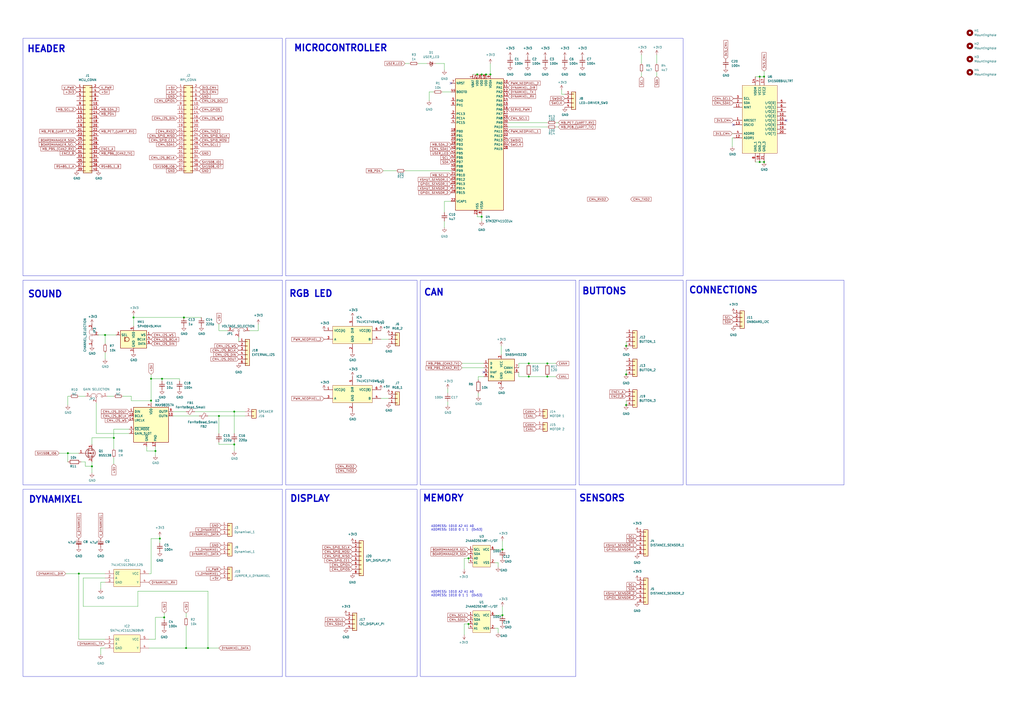
<source format=kicad_sch>
(kicad_sch (version 20231120) (generator "eeschema") (generator_version "8.0")
  (paper "A2")
  (junction (at 93.98 219.71))
  (junction (at 66.04 254))
  (junction (at 53.34 270.51))
  (junction (at 135.89 238.76))
  (junction (at 317.5 218.44))
  (junction (at 87.63 219.71))
  (junction (at 45.72 332.74))
  (junction (at 271.78 323.85))
  (junction (at 77.47 184.15))
  (junction (at 363.22 234.95))
  (junction (at 276.86 43.18))
  (junction (at 271.78 361.95))
  (junction (at 317.5 210.82))
  (junction (at 120.65 375.92))
  (junction (at 60.96 194.31))
  (junction (at 440.69 44.45))
  (junction (at 363.22 200.66))
  (junction (at 87.63 232.41))
  (junction (at 279.4 125.73))
  (junction (at 440.69 93.98))
  (junction (at 284.48 43.18))
  (junction (at 291.465 356.87))
  (junction (at 135.89 257.81))
  (junction (at 127 241.3))
  (junction (at 39.37 262.89))
  (junction (at 306.705 218.44))
  (junction (at 95.25 358.14))
  (junction (at 92.71 312.42))
  (junction (at 443.23 93.98))
  (junction (at 306.705 210.82))
  (junction (at 443.23 44.45))
  (junction (at 90.17 261.62))
  (junction (at 107.95 375.92))
  (junction (at 106.68 184.15))
  (junction (at 363.22 217.17))
  (junction (at 291.465 318.77))
  (junction (at 281.94 43.18))
  (junction (at 279.4 43.18))
  (no_connect (at 425.45 72.39))
  (no_connect (at 280.67 215.9))
  (no_connect (at 261.62 48.26))
  (no_connect (at 455.93 69.85))
  (wire (pts (xy 90.17 358.14) (xy 95.25 358.14)))
  (wire (pts (xy 127 251.46) (xy 127 241.3)))
  (wire (pts (xy 100.33 238.76) (xy 107.95 238.76)))
  (wire (pts (xy 306.705 218.44) (xy 317.5 218.44)))
  (wire (pts (xy 60.96 204.47) (xy 60.96 208.28)))
  (wire (pts (xy 277.495 220.345) (xy 277.495 218.44)))
  (wire (pts (xy 85.09 261.62) (xy 90.17 261.62)))
  (wire (pts (xy 93.98 220.98) (xy 93.98 219.71)))
  (wire (pts (xy 288.925 367.03) (xy 288.925 364.49)))
  (wire (pts (xy 53.34 257.81) (xy 53.34 254)))
  (wire (pts (xy 290.83 200.66) (xy 290.83 205.74)))
  (wire (pts (xy 104.14 219.71) (xy 93.98 219.71)))
  (wire (pts (xy 135.89 238.76) (xy 142.24 238.76)))
  (wire (pts (xy 440.69 44.45) (xy 443.23 44.45)))
  (wire (pts (xy 87.63 312.42) (xy 92.71 312.42)))
  (wire (pts (xy 259.715 233.045) (xy 259.715 234.95)))
  (wire (pts (xy 248.92 53.34) (xy 251.46 53.34)))
  (wire (pts (xy 127 241.3) (xy 142.24 241.3)))
  (wire (pts (xy 274.32 43.18) (xy 276.86 43.18)))
  (wire (pts (xy 60.96 335.28) (xy 48.26 335.28)))
  (wire (pts (xy 127 241.3) (xy 120.65 241.3)))
  (wire (pts (xy 86.36 332.74) (xy 87.63 332.74)))
  (wire (pts (xy 424.815 80.01) (xy 425.45 80.01)))
  (wire (pts (xy 438.15 44.45) (xy 440.69 44.45)))
  (wire (pts (xy 271.78 323.85) (xy 271.78 326.39)))
  (wire (pts (xy 34.29 262.89) (xy 39.37 262.89)))
  (wire (pts (xy 60.96 337.82) (xy 58.42 337.82)))
  (wire (pts (xy 322.58 73.66) (xy 323.85 73.66)))
  (wire (pts (xy 288.925 364.49) (xy 287.02 364.49)))
  (wire (pts (xy 363.22 232.41) (xy 363.22 234.95)))
  (wire (pts (xy 381 31.75) (xy 381 36.83)))
  (wire (pts (xy 90.17 370.84) (xy 90.17 358.14)))
  (wire (pts (xy 234.95 36.83) (xy 237.49 36.83)))
  (wire (pts (xy 279.4 124.46) (xy 279.4 125.73)))
  (wire (pts (xy 300.99 210.82) (xy 306.705 210.82)))
  (wire (pts (xy 138.43 195.58) (xy 138.43 198.12)))
  (wire (pts (xy 67.31 194.31) (xy 60.96 194.31)))
  (wire (pts (xy 58.42 379.73) (xy 58.42 375.92)))
  (wire (pts (xy 38.1 332.74) (xy 45.72 332.74)))
  (wire (pts (xy 39.37 234.95) (xy 39.37 229.87)))
  (wire (pts (xy 100.33 241.3) (xy 115.57 241.3)))
  (wire (pts (xy 87.63 232.41) (xy 87.63 233.68)))
  (wire (pts (xy 57.15 194.31) (xy 60.96 194.31)))
  (wire (pts (xy 85.09 259.08) (xy 85.09 261.62)))
  (wire (pts (xy 269.24 323.85) (xy 271.78 323.85)))
  (wire (pts (xy 39.37 229.87) (xy 40.64 229.87)))
  (wire (pts (xy 107.95 363.22) (xy 107.95 375.92)))
  (wire (pts (xy 62.23 229.87) (xy 66.04 229.87)))
  (wire (pts (xy 127 256.54) (xy 127 257.81)))
  (wire (pts (xy 135.89 257.81) (xy 135.89 261.62)))
  (wire (pts (xy 90.17 261.62) (xy 90.17 264.16)))
  (wire (pts (xy 220.98 196.85) (xy 225.425 196.85)))
  (wire (pts (xy 271.78 361.95) (xy 271.78 364.49)))
  (wire (pts (xy 48.26 351.79) (xy 80.01 351.79)))
  (wire (pts (xy 294.64 73.66) (xy 317.5 73.66)))
  (wire (pts (xy 363.22 214.63) (xy 363.22 217.17)))
  (wire (pts (xy 77.47 182.88) (xy 77.47 184.15)))
  (wire (pts (xy 49.53 267.97) (xy 49.53 270.51)))
  (wire (pts (xy 281.94 43.18) (xy 284.48 43.18)))
  (wire (pts (xy 39.37 262.89) (xy 45.72 262.89)))
  (wire (pts (xy 77.47 184.15) (xy 77.47 189.23)))
  (wire (pts (xy 294.64 71.12) (xy 317.5 71.12)))
  (wire (pts (xy 87.63 219.71) (xy 87.63 232.41)))
  (wire (pts (xy 276.86 125.73) (xy 279.4 125.73)))
  (wire (pts (xy 76.2 229.87) (xy 76.2 232.41)))
  (wire (pts (xy 372.11 31.75) (xy 372.11 36.83)))
  (wire (pts (xy 46.99 267.97) (xy 49.53 267.97)))
  (wire (pts (xy 48.26 335.28) (xy 48.26 351.79)))
  (wire (pts (xy 95.25 358.14) (xy 95.25 359.41)))
  (wire (pts (xy 288.925 326.39) (xy 287.02 326.39)))
  (wire (pts (xy 127 257.81) (xy 135.89 257.81)))
  (wire (pts (xy 120.65 342.9) (xy 120.65 375.92)))
  (wire (pts (xy 58.42 337.82) (xy 58.42 341.63)))
  (wire (pts (xy 291.465 356.87) (xy 287.02 356.87)))
  (wire (pts (xy 269.24 330.2) (xy 269.24 323.85)))
  (wire (pts (xy 93.98 219.71) (xy 87.63 219.71)))
  (wire (pts (xy 256.54 53.34) (xy 261.62 53.34)))
  (wire (pts (xy 300.99 215.9) (xy 300.99 218.44)))
  (wire (pts (xy 257.81 40.64) (xy 257.81 36.83)))
  (wire (pts (xy 45.72 229.87) (xy 49.53 229.87)))
  (wire (pts (xy 74.93 248.92) (xy 66.04 248.92)))
  (wire (pts (xy 80.01 351.79) (xy 80.01 342.9)))
  (wire (pts (xy 66.04 254) (xy 66.04 260.35)))
  (wire (pts (xy 107.95 355.6) (xy 107.95 358.14)))
  (wire (pts (xy 322.58 71.12) (xy 323.85 71.12)))
  (wire (pts (xy 276.86 124.46) (xy 276.86 125.73)))
  (wire (pts (xy 87.63 217.17) (xy 87.63 219.71)))
  (wire (pts (xy 80.01 342.9) (xy 120.65 342.9)))
  (wire (pts (xy 306.705 210.82) (xy 317.5 210.82)))
  (wire (pts (xy 53.34 254) (xy 66.04 254)))
  (wire (pts (xy 279.4 125.73) (xy 279.4 128.27)))
  (wire (pts (xy 269.24 368.3) (xy 269.24 361.95)))
  (wire (pts (xy 288.925 328.93) (xy 288.925 326.39)))
  (wire (pts (xy 66.04 265.43) (xy 66.04 269.24)))
  (wire (pts (xy 222.25 99.06) (xy 229.87 99.06)))
  (wire (pts (xy 49.53 270.51) (xy 53.34 270.51)))
  (wire (pts (xy 104.14 220.98) (xy 104.14 219.71)))
  (wire (pts (xy 55.88 233.68) (xy 55.88 251.46)))
  (wire (pts (xy 45.72 332.74) (xy 60.96 332.74)))
  (wire (pts (xy 261.62 116.84) (xy 257.81 116.84)))
  (wire (pts (xy 76.2 232.41) (xy 87.63 232.41)))
  (wire (pts (xy 135.89 256.54) (xy 135.89 257.81)))
  (wire (pts (xy 127 191.77) (xy 132.08 191.77)))
  (wire (pts (xy 242.57 36.83) (xy 247.65 36.83)))
  (wire (pts (xy 284.48 36.83) (xy 284.48 43.18)))
  (wire (pts (xy 300.99 218.44) (xy 306.705 218.44)))
  (wire (pts (xy 372.11 41.91) (xy 372.11 44.45)))
  (wire (pts (xy 257.81 36.83) (xy 252.73 36.83)))
  (wire (pts (xy 440.69 93.98) (xy 443.23 93.98)))
  (wire (pts (xy 277.495 229.87) (xy 277.495 227.965)))
  (wire (pts (xy 291.465 313.69) (xy 291.465 318.77)))
  (wire (pts (xy 443.23 41.275) (xy 443.23 44.45)))
  (wire (pts (xy 113.03 238.76) (xy 135.89 238.76)))
  (wire (pts (xy 53.34 270.51) (xy 53.34 267.97)))
  (wire (pts (xy 66.04 248.92) (xy 66.04 254)))
  (wire (pts (xy 248.92 58.42) (xy 248.92 53.34)))
  (wire (pts (xy 363.22 198.12) (xy 363.22 200.66)))
  (wire (pts (xy 60.96 194.31) (xy 60.96 199.39)))
  (wire (pts (xy 92.71 311.15) (xy 92.71 312.42)))
  (wire (pts (xy 257.81 116.84) (xy 257.81 123.19)))
  (wire (pts (xy 127 187.96) (xy 127 191.77)))
  (wire (pts (xy 317.5 218.44) (xy 322.58 218.44)))
  (wire (pts (xy 291.465 351.79) (xy 291.465 356.87)))
  (wire (pts (xy 86.36 370.84) (xy 90.17 370.84)))
  (wire (pts (xy 92.71 312.42) (xy 92.71 314.96)))
  (wire (pts (xy 120.65 375.92) (xy 127 375.92)))
  (wire (pts (xy 58.42 375.92) (xy 60.96 375.92)))
  (wire (pts (xy 220.98 231.14) (xy 225.425 231.14)))
  (wire (pts (xy 90.17 259.08) (xy 90.17 261.62)))
  (wire (pts (xy 277.495 218.44) (xy 280.67 218.44)))
  (wire (pts (xy 87.63 332.74) (xy 87.63 312.42)))
  (wire (pts (xy 149.86 191.77) (xy 144.78 191.77)))
  (wire (pts (xy 86.36 375.92) (xy 107.95 375.92)))
  (wire (pts (xy 71.12 229.87) (xy 76.2 229.87)))
  (wire (pts (xy 106.68 184.15) (xy 116.84 184.15)))
  (wire (pts (xy 39.37 262.89) (xy 39.37 267.97)))
  (wire (pts (xy 267.97 213.36) (xy 280.67 213.36)))
  (wire (pts (xy 257.81 128.27) (xy 257.81 132.08)))
  (wire (pts (xy 325.755 52.07) (xy 325.755 54.61)))
  (wire (pts (xy 74.93 251.46) (xy 55.88 251.46)))
  (wire (pts (xy 95.25 355.6) (xy 95.25 358.14)))
  (wire (pts (xy 381 41.91) (xy 381 44.45)))
  (wire (pts (xy 276.86 43.18) (xy 279.4 43.18)))
  (wire (pts (xy 291.465 318.77) (xy 287.02 318.77)))
  (wire (pts (xy 300.99 213.36) (xy 300.99 210.82)))
  (wire (pts (xy 269.24 361.95) (xy 271.78 361.95)))
  (wire (pts (xy 259.715 225.425) (xy 259.715 227.965)))
  (wire (pts (xy 424.815 77.47) (xy 425.45 77.47)))
  (wire (pts (xy 267.97 210.82) (xy 280.67 210.82)))
  (wire (pts (xy 45.72 370.84) (xy 45.72 332.74)))
  (wire (pts (xy 317.5 210.82) (xy 322.58 210.82)))
  (wire (pts (xy 60.96 370.84) (xy 45.72 370.84)))
  (wire (pts (xy 135.89 251.46) (xy 135.89 238.76)))
  (wire (pts (xy 53.34 274.32) (xy 53.34 270.51)))
  (wire (pts (xy 325.755 54.61) (xy 327.66 54.61)))
  (wire (pts (xy 77.47 184.15) (xy 106.68 184.15)))
  (wire (pts (xy 279.4 43.18) (xy 281.94 43.18)))
  (wire (pts (xy 149.86 187.96) (xy 149.86 191.77)))
  (wire (pts (xy 107.95 375.92) (xy 120.65 375.92)))
  (wire (pts (xy 234.95 99.06) (xy 261.62 99.06)))
  (wire (pts (xy 424.815 80.01) (xy 424.815 85.09)))
  (wire (pts (xy 438.15 93.98) (xy 440.69 93.98)))
  (rectangle (start 243.84 283.845) (end 334.01 392.43))
  (rectangle (start 165.735 22.225) (end 396.24 160.02))
  (rectangle (start 165.735 283.845) (end 241.935 392.43))
  (rectangle (start 13.335 283.845) (end 163.83 392.43))
  (rectangle (start 13.335 22.225) (end 163.83 160.02))
  (rectangle (start 165.735 162.56) (end 241.935 281.305))
  (rectangle (start 243.84 162.56) (end 334.01 281.305))
  (rectangle (start 335.915 162.56) (end 396.24 281.305))
  (rectangle (start 13.335 162.56) (end 163.83 281.305))
  (rectangle (start 398.145 162.56) (end 489.585 281.305))
  (text "SENSORS" (at 349.25 289.052 0) (effects (font (size 3.81 3.81) (thickness 0.762) (bold yes))))
  (text "SOUND" (at 26.162 170.688 0) (effects (font (size 3.81 3.81) (thickness 0.762) (bold yes))))
  (text "MICROCONTROLLER" (at 197.612 27.94 0) (effects (font (size 3.81 3.81) (thickness 0.762) (bold yes))))
  (text "ADDRESS: 1010 A2 A1 A0\nADDRESS: 1010 0 1 1  (0x53)" (at 250.063 308.102 0) (effects (font (size 1.27 1.27)) (justify left bottom)))
  (text "DISPLAY" (at 179.832 289.306 0) (effects (font (size 3.81 3.81) (thickness 0.762) (bold yes))))
  (text "ADDRESS: 1010 A2 A1 A0\nADDRESS: 1010 0 1 1  (0x53)" (at 250.063 346.202 0) (effects (font (size 1.27 1.27)) (justify left bottom)))
  (text "MEMORY" (at 257.175 289.052 0) (effects (font (size 3.81 3.81) (thickness 0.762) (bold yes))))
  (text "CONNECTIONS" (at 419.608 168.402 0) (effects (font (size 3.81 3.81) (thickness 0.762) (bold yes))))
  (text "HEADER" (at 26.924 28.448 0) (effects (font (size 3.81 3.81) (thickness 0.762) (bold yes))))
  (text "DYNAMIXEL" (at 32.258 289.814 0) (effects (font (size 3.81 3.81) (thickness 0.762) (bold yes))))
  (text "RGB LED" (at 180.34 170.434 0) (effects (font (size 3.81 3.81) (thickness 0.762) (bold yes))))
  (text "BUTTONS" (at 350.52 168.91 0) (effects (font (size 3.81 3.81) (thickness 0.762) (bold yes))))
  (text "CAN" (at 251.714 169.672 0) (effects (font (size 3.81 3.81) (thickness 0.762) (bold yes))))
  (global_label "DYNAMIXEL_RX" (shape input) (at 294.64 55.88 0) (property "Intersheetrefs" "${INTERSHEET_REFS}" (effects (hide yes))))
  (global_label "V_PWR" (shape input) (at 57.15 50.8 0) (property "Intersheetrefs" "${INTERSHEET_REFS}" (effects (hide yes))))
  (global_label "MB_PB6_(CAN2_TX)" (shape input) (at 57.15 88.9 0) (property "Intersheetrefs" "${INTERSHEET_REFS}" (effects (hide yes))))
  (global_label "CM4_SPI0_MOSI" (shape input) (at 115.57 81.28 0) (property "Intersheetrefs" "${INTERSHEET_REFS}" (effects (hide yes))))
  (global_label "SX1508_IO6" (shape input) (at 102.87 96.52 180) (property "Intersheetrefs" "${INTERSHEET_REFS}" (effects (hide yes))))
  (global_label "3V3_CM4" (shape input) (at 115.57 53.34 0) (property "Intersheetrefs" "${INTERSHEET_REFS}" (effects (hide yes))))
  (global_label "CM4_SCL1" (shape input) (at 200.66 359.41 180) (property "Intersheetrefs" "${INTERSHEET_REFS}" (effects (hide yes))))
  (global_label "CM4_I2S_DOUT" (shape input) (at 74.93 238.76 180) (property "Intersheetrefs" "${INTERSHEET_REFS}" (effects (hide yes))))
  (global_label "CM4_SPI0_CE1" (shape input) (at 204.47 325.12 180) (property "Intersheetrefs" "${INTERSHEET_REFS}" (effects (hide yes))))
  (global_label "MB_SCL_2" (shape input) (at 261.62 101.6 180) (property "Intersheetrefs" "${INTERSHEET_REFS}" (effects (hide yes))))
  (global_label "CM4_I2S_DOUT" (shape input) (at 115.57 58.42 0) (property "Intersheetrefs" "${INTERSHEET_REFS}" (effects (hide yes))))
  (global_label "GPIO1_SENSOR_2" (shape input) (at 369.57 346.71 180) (property "Intersheetrefs" "${INTERSHEET_REFS}" (effects (hide yes))))
  (global_label "MB_PE7_(UART7_RX)" (shape input) (at 323.85 71.12 0) (property "Intersheetrefs" "${INTERSHEET_REFS}" (effects (hide yes))))
  (global_label "CM4_I2S_WS" (shape input) (at 87.63 194.31 0) (property "Intersheetrefs" "${INTERSHEET_REFS}" (effects (hide yes))))
  (global_label "CM4_RXD2" (shape input) (at 353.06 115.57 180) (property "Intersheetrefs" "${INTERSHEET_REFS}" (effects (hide yes))))
  (global_label "CM4_SPI0_MISO" (shape input) (at 204.47 322.58 180) (property "Intersheetrefs" "${INTERSHEET_REFS}" (effects (hide yes))))
  (global_label "SCL" (shape input) (at 372.11 44.45 270) (property "Intersheetrefs" "${INTERSHEET_REFS}" (effects (hide yes))))
  (global_label "RS485_1_B" (shape input) (at 57.15 96.52 0) (property "Intersheetrefs" "${INTERSHEET_REFS}" (effects (hide yes))))
  (global_label "CM4_I2S_WS" (shape input) (at 115.57 68.58 0) (property "Intersheetrefs" "${INTERSHEET_REFS}" (effects (hide yes))))
  (global_label "+5V" (shape input) (at 66.04 269.24 270) (property "Intersheetrefs" "${INTERSHEET_REFS}" (effects (hide yes))))
  (global_label "V_DYNAMIXEL" (shape input) (at 128.27 307.34 180) (property "Intersheetrefs" "${INTERSHEET_REFS}" (effects (hide yes))))
  (global_label "MB_PB6_(CAN2_TX)" (shape input) (at 267.97 210.82 180) (property "Intersheetrefs" "${INTERSHEET_REFS}" (effects (hide yes))))
  (global_label "GND" (shape input) (at 128.27 316.23 180) (property "Intersheetrefs" "${INTERSHEET_REFS}" (effects (hide yes))))
  (global_label "USER_LED" (shape input) (at 234.95 36.83 180) (property "Intersheetrefs" "${INTERSHEET_REFS}" (effects (hide yes))))
  (global_label "3V3_CM4" (shape input) (at 421.005 34.29 90) (property "Intersheetrefs" "${INTERSHEET_REFS}" (effects (hide yes))))
  (global_label "CM4_SDA1" (shape input) (at 271.78 359.41 180) (property "Intersheetrefs" "${INTERSHEET_REFS}" (effects (hide yes))))
  (global_label "ENC1_A" (shape input) (at 57.15 86.36 0) (property "Intersheetrefs" "${INTERSHEET_REFS}" (effects (hide yes))))
  (global_label "GND" (shape input) (at 128.27 304.8 180) (property "Intersheetrefs" "${INTERSHEET_REFS}" (effects (hide yes))))
  (global_label "SCL" (shape input) (at 425.45 184.15 180) (property "Intersheetrefs" "${INTERSHEET_REFS}" (effects (hide yes))))
  (global_label "CM4_SDA1" (shape input) (at 425.45 59.69 180) (property "Intersheetrefs" "${INTERSHEET_REFS}" (effects (hide yes))))
  (global_label "CM4_I2S_DIN" (shape input) (at 138.43 205.74 180) (property "Intersheetrefs" "${INTERSHEET_REFS}" (effects (hide yes))))
  (global_label "GND" (shape input) (at 102.87 55.88 180) (property "Intersheetrefs" "${INTERSHEET_REFS}" (effects (hide yes))))
  (global_label "V_PWR" (shape input) (at 128.27 330.2 180) (property "Intersheetrefs" "${INTERSHEET_REFS}" (effects (hide yes))))
  (global_label "XSHUT_SENSOR_1" (shape input) (at 261.62 104.14 180) (property "Intersheetrefs" "${INTERSHEET_REFS}" (effects (hide yes))))
  (global_label "XSHUT_SENSOR_2" (shape input) (at 369.57 344.17 180) (property "Intersheetrefs" "${INTERSHEET_REFS}" (effects (hide yes))))
  (global_label "ENC2_B" (shape input) (at 44.45 88.9 180) (property "Intersheetrefs" "${INTERSHEET_REFS}" (effects (hide yes))))
  (global_label "V_DYNAMIXEL" (shape input) (at 128.27 318.77 180) (property "Intersheetrefs" "${INTERSHEET_REFS}" (effects (hide yes))))
  (global_label "SCL" (shape input) (at 369.57 339.09 180) (property "Intersheetrefs" "${INTERSHEET_REFS}" (effects (hide yes))))
  (global_label "MB_PB5_(CAN2_RX)" (shape input) (at 44.45 86.36 180) (property "Intersheetrefs" "${INTERSHEET_REFS}" (effects (hide yes))))
  (global_label "DYNAMIXEL_DIR" (shape input) (at 38.1 332.74 180) (property "Intersheetrefs" "${INTERSHEET_REFS}" (effects (hide yes))))
  (global_label "CM4_GPIO4" (shape input) (at 102.87 58.42 180) (property "Intersheetrefs" "${INTERSHEET_REFS}" (effects (hide yes))))
  (global_label "+5V" (shape input) (at 95.25 355.6 90) (property "Intersheetrefs" "${INTERSHEET_REFS}" (effects (hide yes))))
  (global_label "V_DYNAMIXEL" (shape input) (at 58.42 312.42 90) (property "Intersheetrefs" "${INTERSHEET_REFS}" (effects (hide yes))))
  (global_label "CANL" (shape input) (at 311.15 241.3 180) (property "Intersheetrefs" "${INTERSHEET_REFS}" (effects (hide yes))))
  (global_label "SWCLK" (shape input) (at 327.66 59.69 180) (property "Intersheetrefs" "${INTERSHEET_REFS}" (effects (hide yes))))
  (global_label "CM4_SPI0_SCLK" (shape input) (at 115.57 78.74 0) (property "Intersheetrefs" "${INTERSHEET_REFS}" (effects (hide yes))))
  (global_label "DYNAMIXEL_TX" (shape input) (at 294.64 53.34 0) (property "Intersheetrefs" "${INTERSHEET_REFS}" (effects (hide yes))))
  (global_label "SX1508_IO6" (shape input) (at 34.29 262.89 180) (property "Intersheetrefs" "${INTERSHEET_REFS}" (effects (hide yes))))
  (global_label "CM4_I2S_BCLK" (shape input) (at 102.87 91.44 180) (property "Intersheetrefs" "${INTERSHEET_REFS}" (effects (hide yes))))
  (global_label "CANH" (shape input) (at 311.15 246.38 180) (property "Intersheetrefs" "${INTERSHEET_REFS}" (effects (hide yes))))
  (global_label "GND" (shape input) (at 115.57 55.88 0) (property "Intersheetrefs" "${INTERSHEET_REFS}" (effects (hide yes))))
  (global_label "PWM_NEOPIXEL_1" (shape input) (at 187.96 231.14 180) (property "Intersheetrefs" "${INTERSHEET_REFS}" (effects (hide yes))))
  (global_label "CM4_GPIO5" (shape input) (at 115.57 63.5 0) (property "Intersheetrefs" "${INTERSHEET_REFS}" (effects (hide yes))))
  (global_label "CM4_SCL1" (shape input) (at 271.78 356.87 180) (property "Intersheetrefs" "${INTERSHEET_REFS}" (effects (hide yes))))
  (global_label "XSHUT_SENSOR_2" (shape input) (at 261.62 109.22 180) (property "Intersheetrefs" "${INTERSHEET_REFS}" (effects (hide yes))))
  (global_label "CANL" (shape input) (at 322.58 218.44 0) (property "Intersheetrefs" "${INTERSHEET_REFS}" (effects (hide yes))))
  (global_label "CM4_I2S_DIN" (shape input) (at 102.87 68.58 180) (property "Intersheetrefs" "${INTERSHEET_REFS}" (effects (hide yes))))
  (global_label "ENC1_A" (shape input) (at 363.22 227.33 180) (property "Intersheetrefs" "${INTERSHEET_REFS}" (effects (hide yes))))
  (global_label "+5V" (shape input) (at 107.95 355.6 90) (property "Intersheetrefs" "${INTERSHEET_REFS}" (effects (hide yes))))
  (global_label "MB_PE7_(UART7_RX)" (shape input) (at 57.15 76.2 0) (property "Intersheetrefs" "${INTERSHEET_REFS}" (effects (hide yes))))
  (global_label "GND" (shape input) (at 115.57 99.06 0) (property "Intersheetrefs" "${INTERSHEET_REFS}" (effects (hide yes))))
  (global_label "3V3_CM4" (shape input) (at 425.45 69.85 180) (property "Intersheetrefs" "${INTERSHEET_REFS}" (effects (hide yes))))
  (global_label "GPIO1_SENSOR_1" (shape input) (at 369.57 318.77 180) (property "Intersheetrefs" "${INTERSHEET_REFS}" (effects (hide yes))))
  (global_label "XSHUT_SENSOR_1" (shape input) (at 369.57 316.23 180) (property "Intersheetrefs" "${INTERSHEET_REFS}" (effects (hide yes))))
  (global_label "CM4_SCL1" (shape input) (at 115.57 83.82 0) (property "Intersheetrefs" "${INTERSHEET_REFS}" (effects (hide yes))))
  (global_label "DYNAMIXEL_DIR" (shape input) (at 294.64 50.8 0) (property "Intersheetrefs" "${INTERSHEET_REFS}" (effects (hide yes))))
  (global_label "CM4_I2S_DIN" (shape input) (at 87.63 199.39 0) (property "Intersheetrefs" "${INTERSHEET_REFS}" (effects (hide yes))))
  (global_label "+5V" (shape input) (at 128.27 335.28 180) (property "Intersheetrefs" "${INTERSHEET_REFS}" (effects (hide yes))))
  (global_label "GPIO1_SENSOR_2" (shape input) (at 261.62 111.76 180) (property "Intersheetrefs" "${INTERSHEET_REFS}" (effects (hide yes))))
  (global_label "CANH" (shape input) (at 322.58 210.82 0) (property "Intersheetrefs" "${INTERSHEET_REFS}" (effects (hide yes))))
  (global_label "+3V3" (shape input) (at 44.45 53.34 180) (property "Intersheetrefs" "${INTERSHEET_REFS}" (effects (hide yes))))
  (global_label "CM4_I2S_BCLK" (shape input) (at 138.43 203.2 180) (property "Intersheetrefs" "${INTERSHEET_REFS}" (effects (hide yes))))
  (global_label "CM4_SPI0_CE1" (shape input) (at 102.87 81.28 180) (property "Intersheetrefs" "${INTERSHEET_REFS}" (effects (hide yes))))
  (global_label "MB_SDA_2" (shape input) (at 261.62 83.82 180) (property "Intersheetrefs" "${INTERSHEET_REFS}" (effects (hide yes))))
  (global_label "DYNAMIXEL_RX" (shape input) (at 86.36 337.82 0) (property "Intersheetrefs" "${INTERSHEET_REFS}" (effects (hide yes))))
  (global_label "SWDIO" (shape input) (at 294.64 81.28 0) (property "Intersheetrefs" "${INTERSHEET_REFS}" (effects (hide yes))))
  (global_label "CM4_RXD2" (shape input) (at 207.01 270.51 180) (property "Intersheetrefs" "${INTERSHEET_REFS}" (effects (hide yes))))
  (global_label "+5V" (shape input) (at 127 187.96 90) (property "Intersheetrefs" "${INTERSHEET_REFS}" (effects (hide yes))))
  (global_label "CM4_RXD2" (shape input) (at 102.87 76.2 180) (property "Intersheetrefs" "${INTERSHEET_REFS}" (effects (hide yes))))
  (global_label "RS485_1_A" (shape input) (at 44.45 96.52 180) (property "Intersheetrefs" "${INTERSHEET_REFS}" (effects (hide yes))))
  (global_label "GND" (shape input) (at 115.57 88.9 0) (property "Intersheetrefs" "${INTERSHEET_REFS}" (effects (hide yes))))
  (global_label "+5V" (shape input) (at 102.87 50.8 180) (property "Intersheetrefs" "${INTERSHEET_REFS}" (effects (hide yes))))
  (global_label "SX1508_IO7" (shape input) (at 115.57 96.52 0) (property "Intersheetrefs" "${INTERSHEET_REFS}" (effects (hide yes))))
  (global_label "SDA" (shape input) (at 425.45 186.69 180) (property "Intersheetrefs" "${INTERSHEET_REFS}" (effects (hide yes))))
  (global_label "CM4_TXD2" (shape input) (at 115.57 76.2 0) (property "Intersheetrefs" "${INTERSHEET_REFS}" (effects (hide yes))))
  (global_label "SCL" (shape input) (at 261.62 91.44 180) (property "Intersheetrefs" "${INTERSHEET_REFS}" (effects (hide yes))))
  (global_label "+5V" (shape input) (at 102.87 53.34 180) (property "Intersheetrefs" "${INTERSHEET_REFS}" (effects (hide yes))))
  (global_label "MB_PD4" (shape input) (at 57.15 66.04 0) (property "Intersheetrefs" "${INTERSHEET_REFS}" (effects (hide yes))))
  (global_label "SERVO_PWM" (shape input) (at 294.64 63.5 0) (property "Intersheetrefs" "${INTERSHEET_REFS}" (effects (hide yes))))
  (global_label "CM4_SPI0_SCLK" (shape input) (at 204.47 317.5 180) (property "Intersheetrefs" "${INTERSHEET_REFS}" (effects (hide yes))))
  (global_label "DYNAMIXEL_TX" (shape input) (at 60.96 373.38 180) (property "Intersheetrefs" "${INTERSHEET_REFS}" (effects (hide yes))))
  (global_label "CM4_SCL1" (shape input) (at 294.64 68.58 0) (property "Intersheetrefs" "${INTERSHEET_REFS}" (effects (hide yes))))
  (global_label "CM4_SDA1" (shape input) (at 102.87 83.82 180) (property "Intersheetrefs" "${INTERSHEET_REFS}" (effects (hide yes))))
  (global_label "3V3_CM4" (shape input) (at 443.23 41.275 90) (property "Intersheetrefs" "${INTERSHEET_REFS}" (effects (hide yes))))
  (global_label "SDA" (shape input) (at 381 44.45 270) (property "Intersheetrefs" "${INTERSHEET_REFS}" (effects (hide yes))))
  (global_label "DYNAMIXEL_DATA" (shape input) (at 128.27 321.31 180) (property "Intersheetrefs" "${INTERSHEET_REFS}" (effects (hide yes))))
  (global_label "+5V" (shape input) (at 87.63 217.17 90) (property "Intersheetrefs" "${INTERSHEET_REFS}" (effects (hide yes))))
  (global_label "CM4_TXD2" (shape input) (at 365.76 115.57 0) (property "Intersheetrefs" "${INTERSHEET_REFS}" (effects (hide yes))))
  (global_label "SX1508_IO1" (shape input) (at 115.57 93.98 0) (property "Intersheetrefs" "${INTERSHEET_REFS}" (effects (hide yes))))
  (global_label "V_DYNAMIXEL" (shape input) (at 45.72 312.42 90) (property "Intersheetrefs" "${INTERSHEET_REFS}" (effects (hide yes))))
  (global_label "CANL" (shape input) (at 311.15 248.92 180) (property "Intersheetrefs" "${INTERSHEET_REFS}" (effects (hide yes))))
  (global_label "MB_PD4" (shape input) (at 222.25 99.06 180) (property "Intersheetrefs" "${INTERSHEET_REFS}" (effects (hide yes))))
  (global_label "3V3_CM4" (shape input) (at 115.57 50.8 0) (property "Intersheetrefs" "${INTERSHEET_REFS}" (effects (hide yes))))
  (global_label "CM4_I2S_WS" (shape input) (at 138.43 200.66 180) (property "Intersheetrefs" "${INTERSHEET_REFS}" (effects (hide yes))))
  (global_label "V_PWR" (shape input) (at 44.45 50.8 180) (property "Intersheetrefs" "${INTERSHEET_REFS}" (effects (hide yes))))
  (global_label "GPIO1_SENSOR_1" (shape input) (at 261.62 106.68 180) (property "Intersheetrefs" "${INTERSHEET_REFS}" (effects (hide yes))))
  (global_label "CM4_SCL1" (shape input) (at 425.45 57.15 180) (property "Intersheetrefs" "${INTERSHEET_REFS}" (effects (hide yes))))
  (global_label "SDA" (shape input) (at 261.62 93.98 180) (property "Intersheetrefs" "${INTERSHEET_REFS}" (effects (hide yes))))
  (global_label "CM4_SDA1" (shape input) (at 200.66 361.95 180) (property "Intersheetrefs" "${INTERSHEET_REFS}" (effects (hide yes))))
  (global_label "MB_PB5_(CAN2_RX)" (shape input) (at 267.97 213.36 180) (property "Intersheetrefs" "${INTERSHEET_REFS}" (effects (hide yes))))
  (global_label "CM4_TXD2" (shape input) (at 207.01 273.05 180) (property "Intersheetrefs" "${INTERSHEET_REFS}" (effects (hide yes))))
  (global_label "SDA" (shape input) (at 369.57 313.69 180) (property "Intersheetrefs" "${INTERSHEET_REFS}" (effects (hide yes))))
  (global_label "BOARDMANAGER_SCL" (shape input) (at 271.78 318.77 180) (property "Intersheetrefs" "${INTERSHEET_REFS}" (effects (hide yes))))
  (global_label "CM4_SPI0_MOSI" (shape input) (at 204.47 320.04 180) (property "Intersheetrefs" "${INTERSHEET_REFS}" (effects (hide yes))))
  (global_label "PWM_NEOPIXEL_1" (shape input) (at 294.64 76.2 0) (property "Intersheetrefs" "${INTERSHEET_REFS}" (effects (hide yes))))
  (global_label "CM4_SPI0_MISO" (shape input) (at 102.87 78.74 180) (property "Intersheetrefs" "${INTERSHEET_REFS}" (effects (hide yes))))
  (global_label "CM4_I2S_BCLK" (shape input) (at 74.93 241.3 180) (property "Intersheetrefs" "${INTERSHEET_REFS}" (effects (hide yes))))
  (global_label "BOARDMANAGER_SDA" (shape input) (at 44.45 81.28 180) (property "Intersheetrefs" "${INTERSHEET_REFS}" (effects (hide yes))))
  (global_label "PWM_NEOPIXEL_2" (shape input) (at 187.96 196.85 180) (property "Intersheetrefs" "${INTERSHEET_REFS}" (effects (hide yes))))
  (global_label "CM4_GPIO5" (shape input) (at 204.47 330.2 180) (property "Intersheetrefs" "${INTERSHEET_REFS}" (effects (hide yes))))
  (global_label "CM4_I2S_BCLK" (shape input) (at 87.63 196.85 0) (property "Intersheetrefs" "${INTERSHEET_REFS}" (effects (hide yes))))
  (global_label "GND" (shape input) (at 102.87 99.06 180) (property "Intersheetrefs" "${INTERSHEET_REFS}" (effects (hide yes))))
  (global_label "DYNAMIXEL_DATA" (shape input) (at 128.27 309.88 180) (property "Intersheetrefs" "${INTERSHEET_REFS}" (effects (hide yes))))
  (global_label "SWCLK" (shape input) (at 294.64 83.82 0) (property "Intersheetrefs" "${INTERSHEET_REFS}" (effects (hide yes))))
  (global_label "CM4_I2S_DOUT" (shape input) (at 138.43 208.28 180) (property "Intersheetrefs" "${INTERSHEET_REFS}" (effects (hide yes))))
  (global_label "BOARDMANAGER_SDA" (shape input) (at 271.78 321.31 180) (property "Intersheetrefs" "${INTERSHEET_REFS}" (effects (hide yes))))
  (global_label "CM4_SDA1" (shape input) (at 261.62 86.36 180) (property "Intersheetrefs" "${INTERSHEET_REFS}" (effects (hide yes))))
  (global_label "PWM_NEOPIXEL_2" (shape input) (at 294.64 48.26 0) (property "Intersheetrefs" "${INTERSHEET_REFS}" (effects (hide yes))))
  (global_label "MB_PE8_(UART7_TX)" (shape input) (at 323.85 73.66 0) (property "Intersheetrefs" "${INTERSHEET_REFS}" (effects (hide yes))))
  (global_label "ENC2_B" (shape input) (at 363.22 229.87 180) (property "Intersheetrefs" "${INTERSHEET_REFS}" (effects (hide yes))))
  (global_label "MB_SDA_2" (shape input) (at 57.15 63.5 0) (property "Intersheetrefs" "${INTERSHEET_REFS}" (effects (hide yes))))
  (global_label "CM4_GPIO4" (shape input) (at 204.47 327.66 180) (property "Intersheetrefs" "${INTERSHEET_REFS}" (effects (hide yes))))
  (global_label "3V3_CM4" (shape input) (at 424.815 77.47 180) (property "Intersheetrefs" "${INTERSHEET_REFS}" (effects (hide yes))))
  (global_label "+5V" (shape input) (at 57.15 53.34 0) (property "Intersheetrefs" "${INTERSHEET_REFS}" (effects (hide yes))))
  (global_label "SCL" (shape input) (at 369.57 311.15 180) (property "Intersheetrefs" "${INTERSHEET_REFS}" (effects (hide yes))))
  (global_label "DYNAMIXEL_DATA" (shape input) (at 127 375.92 0) (property "Intersheetrefs" "${INTERSHEET_REFS}" (effects (hide yes))))
  (global_label "CANH" (shape input) (at 311.15 238.76 180) (property "Intersheetrefs" "${INTERSHEET_REFS}" (effects (hide yes))))
  (global_label "SDA" (shape input) (at 369.57 341.63 180) (property "Intersheetrefs" "${INTERSHEET_REFS}" (effects (hide yes))))
  (global_label "BOARDMANAGER_SCL" (shape input) (at 44.45 83.82 180) (property "Intersheetrefs" "${INTERSHEET_REFS}" (effects (hide yes))))
  (global_label "CM4_I2S_WS" (shape input) (at 74.93 243.84 180) (property "Intersheetrefs" "${INTERSHEET_REFS}" (effects (hide yes))))
  (global_label "SWDIO" (shape input) (at 327.66 57.15 180) (property "Intersheetrefs" "${INTERSHEET_REFS}" (effects (hide yes))))
  (global_label "USER_LED" (shape input) (at 261.62 88.9 180) (property "Intersheetrefs" "${INTERSHEET_REFS}" (effects (hide yes))))
  (global_label "MB_PE8_(UART7_TX)" (shape input) (at 44.45 76.2 180) (property "Intersheetrefs" "${INTERSHEET_REFS}" (effects (hide yes))))
  (global_label "MB_SCL_2" (shape input) (at 44.45 63.5 180) (property "Intersheetrefs" "${INTERSHEET_REFS}" (effects (hide yes))))
  (global_label "V_DYNAMIXEL" (shape input) (at 128.27 332.74 180) (property "Intersheetrefs" "${INTERSHEET_REFS}" (effects (hide yes))))
  (symbol (lib_id "power:GND") (at 363.22 217.17 0) (unit 1)
    (property "Reference" "#PWR052" (effects (hide yes)))
    (property "Value" "GND" (at 363.22 222.25 0))
  )
  (symbol (lib_name "GND_1") (lib_id "power:GND") (at 58.42 317.5 0) (unit 1)
    (property "Reference" "#PWR042" (effects (hide yes)))
    (property "Value" "GND" (at 58.42 322.58 0))
    (property "Description" "Power symbol creates a global label with name \"GND\" , ground" (effects (hide yes)))
  )
  (symbol (lib_id "Device:CP_Small") (at 58.42 314.96 0) (unit 1)
    (property "Reference" "C9" (at 60.96 314.3249 0) (effects (justify left)))
    (property "Value" "47uF" (at 52.07 314.7059 0) (effects (justify left)))
    (property "Footprint" "Capacitor_SMD:CP_Elec_6.3x5.2" (effects (hide yes)))
  )
  (symbol (lib_id "Device:C_Small") (at 337.82 35.56 0) (unit 1)
    (property "Reference" "C7" (at 340.36 34.2962 0) (effects (justify left)))
    (property "Value" "100n" (at 340.36 36.8362 0) (effects (justify left)))
    (property "Footprint" "Capacitor_SMD:C_0603_1608Metric" (effects (hide yes)))
    (property "Description" "Unpolarized capacitor, small symbol" (effects (hide yes)))
  )
  (symbol (lib_id "power:+3V3") (at 200.66 356.87 0) (unit 1)
    (property "Reference" "#PWR063" (effects (hide yes)))
    (property "Value" "+3V3" (at 200.66 351.79 0))
  )
  (symbol (lib_id "power:GND") (at 363.22 234.95 0) (unit 1)
    (property "Reference" "#PWR075" (effects (hide yes)))
    (property "Value" "GND" (at 363.22 240.03 0))
  )
  (symbol (lib_id "power:GND") (at 290.83 223.52 0) (unit 1)
    (property "Reference" "#PWR072" (effects (hide yes)))
    (property "Value" "GND" (at 290.957 227.9142 0))
  )
  (symbol (lib_id "power:GND") (at 93.98 226.06 0) (unit 1)
    (property "Reference" "#PWR059" (effects (hide yes)))
    (property "Value" "GND" (at 94.107 230.4542 0))
  )
  (symbol (lib_id "power:+3V3") (at 290.83 200.66 0) (unit 1)
    (property "Reference" "#PWR071" (effects (hide yes)))
    (property "Value" "+3V3" (at 290.8329 196.8106 0))
  )
  (symbol (lib_id "Connector_Generic:Conn_02x20_Odd_Even") (at 107.95 73.66 0) (unit 1)
    (property "Reference" "J2" (at 109.22 43.815 0))
    (property "Value" "RPI_CONN" (at 109.22 46.355 0))
    (property "Footprint" "Connector_PinHeader_2.54mm:PinHeader_2x20_P2.54mm_Vertical" (effects (hide yes)))
  )
  (symbol (lib_id "Device:R_Small") (at 381 39.37 180) (unit 1)
    (property "Reference" "R4" (at 383.54 38.0999 0) (effects (justify right)))
    (property "Value" "4k7" (at 383.54 40.6399 0) (effects (justify right)))
    (property "Footprint" "Resistor_SMD:R_0603_1608Metric" (effects (hide yes)))
    (property "Description" "Resistor, small symbol" (effects (hide yes)))
  )
  (symbol (lib_id "power:+3V3") (at 325.755 52.07 0) (unit 1)
    (property "Reference" "#PWR024" (effects (hide yes)))
    (property "Value" "+3V3" (at 326.1233 47.7456 0))
  )
  (symbol (lib_id "power:+3V3") (at 369.57 308.61 0) (unit 1)
    (property "Reference" "#PWR026" (effects (hide yes)))
    (property "Value" "+3V3" (at 369.57 303.53 0))
  )
  (symbol (lib_id "power:GND") (at 277.495 229.87 0) (unit 1)
    (property "Reference" "#PWR070" (effects (hide yes)))
    (property "Value" "GND" (at 277.622 234.2642 0))
  )
  (symbol (lib_id "Device:C_Small") (at 93.98 223.52 0) (unit 1)
    (property "Reference" "C11" (at 96.52 222.2562 0) (effects (justify left)))
    (property "Value" "10u" (at 96.52 224.7962 0) (effects (justify left)))
    (property "Footprint" "Capacitor_SMD:C_0805_2012Metric" (effects (hide yes)))
    (property "Description" "Unpolarized capacitor, small symbol" (effects (hide yes)))
  )
  (symbol (lib_name "GND_1") (lib_id "power:GND") (at 95.25 364.49 0) (unit 1)
    (property "Reference" "#PWR031" (effects (hide yes)))
    (property "Value" "GND" (at 95.25 369.57 0))
    (property "Description" "Power symbol creates a global label with name \"GND\" , ground" (effects (hide yes)))
  )
  (symbol (lib_id "Device:C_Small") (at 127 254 0) (unit 1)
    (property "Reference" "C15" (at 129.54 252.7362 0) (effects (justify left)))
    (property "Value" "220p" (at 129.54 255.2762 0) (effects (justify left)))
    (property "Footprint" "Capacitor_SMD:C_0603_1608Metric" (effects (hide yes)))
    (property "Description" "Unpolarized capacitor, small symbol" (effects (hide yes)))
  )
  (symbol (lib_id "power:GND") (at 53.34 274.32 0) (unit 1)
    (property "Reference" "#PWR067" (effects (hide yes)))
    (property "Value" "GND" (at 53.467 278.7142 0))
  )
  (symbol (lib_id "Connector_Generic:Conn_01x03") (at 230.505 196.85 0) (mirror x) (unit 1)
    (property "Reference" "J6" (at 230.505 187.96 0))
    (property "Value" "RGB_2" (at 230.505 190.5 0))
    (property "Footprint" "Connector_JST:JST_GH_BM03B-GHS-TBT_1x03-1MP_P1.25mm_Vertical" (effects (hide yes)))
  )
  (symbol (lib_id "power:+3V3") (at 337.82 33.02 0) (unit 1)
    (property "Reference" "#PWR039" (effects (hide yes)))
    (property "Value" "+3V3" (at 337.82 27.94 0))
    (property "Description" "Power symbol creates a global label with name \"+3V3\"" (effects (hide yes)))
  )
  (symbol (lib_id "power:GND") (at 421.005 39.37 0) (unit 1)
    (property "Reference" "#PWR082" (effects (hide yes)))
    (property "Value" "GND" (at 421.132 43.7642 0))
  )
  (symbol (lib_id "power:+3V3") (at 284.48 36.83 0) (unit 1)
    (property "Reference" "#PWR02" (effects (hide yes)))
    (property "Value" "+3V3" (at 284.48 31.75 0))
    (property "Description" "Power symbol creates a global label with name \"+3V3\"" (effects (hide yes)))
  )
  (symbol (lib_id "Connector_Generic:Conn_01x06") (at 143.51 203.2 0) (unit 1)
    (property "Reference" "J18" (at 146.05 203.1999 0) (effects (justify left)))
    (property "Value" "EXTERNAL_I2S" (at 146.05 205.7399 0) (effects (justify left)))
    (property "Footprint" "Connector_JST:JST_GH_BM06B-GHS-TBT_1x06-1MP_P1.25mm_Vertical" (effects (hide yes)))
    (property "Description" "Generic connector, single row, 01x06, script generated (kicad-library-utils/schlib/autogen/connector/)" (effects (hide yes)))
  )
  (symbol (lib_id "Connector_Generic:Conn_01x04") (at 332.74 57.15 0) (unit 1)
    (property "Reference" "J8" (at 335.915 57.1499 0) (effects (justify left)))
    (property "Value" "LED-DRIVER_SWD" (at 335.915 59.6899 0) (effects (justify left)))
    (property "Footprint" "downloaded_parts:JST_SH_SM04B-SRSS-TB_1x04-1MP_P1.00mm_Horizontal" (effects (hide yes)))
  )
  (symbol (lib_id "power:+5V") (at 225.425 228.6 0) (unit 1)
    (property "Reference" "#PWR022" (effects (hide yes)))
    (property "Value" "+5V" (at 224.155 224.155 0))
  )
  (symbol (lib_id "Device:R_Small") (at 320.04 71.12 270) (unit 1)
    (property "Reference" "R13" (at 320.04 67.564 90))
    (property "Value" "100" (at 320.04 69.342 90))
    (property "Footprint" "Resistor_SMD:R_0603_1608Metric" (effects (hide yes)))
    (property "Description" "Resistor, small symbol" (effects (hide yes)))
  )
  (symbol (lib_id "power:GND") (at 288.925 328.93 0) (unit 1)
    (property "Reference" "#PWR077" (effects (hide yes)))
    (property "Value" "GND" (at 292.227 330.7842 0))
  )
  (symbol (lib_id "power:GND") (at 60.96 208.28 0) (unit 1)
    (property "Reference" "#PWR053" (effects (hide yes)))
    (property "Value" "GND" (at 61.087 212.6742 0))
  )
  (symbol (lib_id "Connector_Generic:Conn_01x04") (at 430.53 184.15 0) (unit 1)
    (property "Reference" "J11" (at 433.07 184.1499 0) (effects (justify left)))
    (property "Value" "ONBOARD_I2C" (at 433.07 186.6899 0) (effects (justify left)))
    (property "Footprint" "Connector_JST:JST_GH_BM04B-GHS-TBT_1x04-1MP_P1.25mm_Vertical" (effects (hide yes)))
    (property "Description" "Generic connector, single row, 01x04, script generated (kicad-library-utils/schlib/autogen/connector/)" (effects (hide yes)))
  )
  (symbol (lib_id "power:+3V3") (at 92.71 311.15 0) (unit 1)
    (property "Reference" "#PWR032" (effects (hide yes)))
    (property "Value" "+3V3" (at 92.71 306.07 0))
    (property "Description" "Power symbol creates a global label with name \"+3V3\"" (effects (hide yes)))
  )
  (symbol (lib_id "Device:R") (at 306.705 214.63 0) (unit 1)
    (property "Reference" "R16" (at 308.61 212.725 0) (effects (justify left)))
    (property "Value" "120" (at 308.61 214.63 0) (effects (justify left)))
    (property "Footprint" "Resistor_SMD:R_0603_1608Metric" (effects (hide yes)))
    (property "Datasheet" "https://fscdn.rohm.com/en/products/databook/datasheet/passive/resistor/chip_resistor/mcr-e.pdf" (effects (hide yes)))
    (property "Field4" "Farnell" (effects (hide yes)))
    (property "Field5" "9239278" (effects (hide yes)))
    (property "Field7" "KOA EUROPE GMBH" (effects (hide yes)))
    (property "Field6" "RK73G1ETQTP2201D         " (effects (hide yes)))
    (property "Part Description" "Resistor 2.2K M1005 1% 63mW" (effects (hide yes)))
    (property "Field8" "120889581" (effects (hide yes)))
  )
  (symbol (lib_id "own_symbols:SOT-23-6-EEPROM") (at 274.32 316.23 0) (unit 1)
    (property "Reference" "U3" (at 279.4 311.15 0))
    (property "Value" "24AA025E48T-I/OT" (at 279.4 313.69 0))
    (property "Footprint" "Package_TO_SOT_SMD:SOT-23-6_Handsoldering" (effects (hide yes)))
  )
  (symbol (lib_id "downloaded_parts:74LVC1T45W6-7") (at 200.66 182.88 0) (unit 1)
    (property "Reference" "IC4" (at 206.6641 184.15 0) (effects (justify left)))
    (property "Value" "74LVC1T45W6-7" (at 206.6641 186.69 0) (effects (justify left)))
    (property "Footprint" "downloaded_parts:SOT95P285X140-6N" (effects (hide yes)))
    (property "Datasheet" "https://www.diodes.com//assets/Datasheets/74LVC1T45.pdf" (effects (hide yes)))
    (property "Description" "Translation - Voltage Levels Logic LVC 1G Translator" (effects (hide yes)))
    (property "Height" "1.4" (effects (hide yes)))
    (property "Mouser Part Number" "621-74LVC1T45W6-7" (effects (hide yes)))
    (property "Mouser Price/Stock" "https://www.mouser.co.uk/ProductDetail/Diodes-Incorporated/74LVC1T45W6-7?qs=Oxncjon6mbp2oDYwZRj9AA%3D%3D" (effects (hide yes)))
    (property "Manufacturer_Name" "Diodes Incorporated" (effects (hide yes)))
    (property "Manufacturer_Part_Number" "74LVC1T45W6-7" (effects (hide yes)))
  )
  (symbol (lib_id "power:+3V3") (at 425.45 181.61 0) (unit 1)
    (property "Reference" "#PWR049" (effects (hide yes)))
    (property "Value" "+3V3" (at 425.45 176.53 0))
  )
  (symbol (lib_id "Connector_Generic:Conn_02x20_Odd_Even") (at 49.53 73.66 0) (unit 1)
    (property "Reference" "J1" (at 50.8 43.815 0))
    (property "Value" "MCU_CONN" (at 50.8 46.355 0))
    (property "Footprint" "Connector_PinHeader_2.54mm:PinHeader_2x20_P2.54mm_Vertical" (effects (hide yes)))
  )
  (symbol (lib_name "GND_1") (lib_id "power:GND") (at 45.72 317.5 0) (unit 1)
    (property "Reference" "#PWR043" (effects (hide yes)))
    (property "Value" "GND" (at 45.72 322.58 0))
    (property "Description" "Power symbol creates a global label with name \"GND\" , ground" (effects (hide yes)))
  )
  (symbol (lib_id "power:+3V3") (at 306.07 33.02 0) (unit 1)
    (property "Reference" "#PWR06" (effects (hide yes)))
    (property "Value" "+3V3" (at 306.07 27.94 0))
    (property "Description" "Power symbol creates a global label with name \"+3V3\"" (effects (hide yes)))
  )
  (symbol (lib_id "Jumper:Jumper_3_Open") (at 55.88 229.87 0) (mirror y) (unit 1)
    (property "Reference" "JP2" (at 53.34 231.394 0))
    (property "Value" "GAIN SELECTION" (at 55.88 225.806 0))
    (property "Footprint" "Jumper:SolderJumper-3_P1.3mm_Open_Pad1.0x1.5mm" (effects (hide yes)))
    (property "Description" "Jumper, 3-pole, both open" (effects (hide yes)))
  )
  (symbol (lib_id "Audio:MAX98357A") (at 87.63 246.38 0) (unit 1)
    (property "Reference" "U2" (at 89.8241 232.41 0) (effects (justify left)))
    (property "Value" "MAX98357A" (at 89.8241 234.95 0) (effects (justify left)))
    (property "Footprint" "Package_DFN_QFN:TQFN-16-1EP_3x3mm_P0.5mm_EP1.23x1.23mm" (effects (hide yes)))
    (property "Datasheet" "https://www.analog.com/media/en/technical-documentation/data-sheets/MAX98357A-MAX98357B.pdf" (effects (hide yes)))
    (property "Description" "Mono DAC with amplifier, I2S, PCM, TDM, 32-bit, 96khz, 3.2W, TQFP-16" (effects (hide yes)))
  )
  (symbol (lib_id "power:+5V") (at 225.425 194.31 0) (unit 1)
    (property "Reference" "#PWR016" (effects (hide yes)))
    (property "Value" "+5V" (at 224.155 189.865 0))
  )
  (symbol (lib_id "Device:R_Small") (at 68.58 229.87 270) (unit 1)
    (property "Reference" "R9" (at 68.58 226.06 90))
    (property "Value" "NC" (at 68.58 228.6 90))
    (property "Footprint" "Resistor_SMD:R_0603_1608Metric" (effects (hide yes)))
    (property "Description" "Resistor, small symbol" (effects (hide yes)))
  )
  (symbol (lib_id "power:+3V3") (at 327.66 33.02 0) (unit 1)
    (property "Reference" "#PWR037" (effects (hide yes)))
    (property "Value" "+3V3" (at 327.66 27.94 0))
    (property "Description" "Power symbol creates a global label with name \"+3V3\"" (effects (hide yes)))
  )
  (symbol (lib_name "GND_1") (lib_id "power:GND") (at 58.42 341.63 0) (unit 1)
    (property "Reference" "#PWR034" (effects (hide yes)))
    (property "Value" "GND" (at 58.42 346.71 0))
    (property "Description" "Power symbol creates a global label with name \"GND\" , ground" (effects (hide yes)))
  )
  (symbol (lib_id "power:+3V3") (at 369.57 336.55 0) (unit 1)
    (property "Reference" "#PWR028" (effects (hide yes)))
    (property "Value" "+3V3" (at 369.57 331.47 0))
  )
  (symbol (lib_id "Connector_Generic:Conn_01x02") (at 316.23 246.38 0) (unit 1)
    (property "Reference" "J15" (at 318.77 246.3799 0) (effects (justify left)))
    (property "Value" "MOTOR 2" (at 318.77 248.9199 0) (effects (justify left)))
    (property "Footprint" "Connector_JST:JST_GH_BM02B-GHS-TBT_1x02-1MP_P1.25mm_Vertical" (effects (hide yes)))
    (property "Description" "Generic connector, single row, 01x02, script generated (kicad-library-utils/schlib/autogen/connector/)" (effects (hide yes)))
  )
  (symbol (lib_id "power:+3V3") (at 204.47 184.15 0) (unit 1)
    (property "Reference" "#PWR013" (effects (hide yes)))
    (property "Value" "+3V3" (at 204.8383 179.8256 0))
  )
  (symbol (lib_id "power:+3V3") (at 372.11 31.75 0) (unit 1)
    (property "Reference" "#PWR041" (effects (hide yes)))
    (property "Value" "+3V3" (at 372.4783 27.4256 0))
  )
  (symbol (lib_id "Connector_Generic:Conn_01x08") (at 209.55 322.58 0) (unit 1)
    (property "Reference" "J20" (at 212.09 322.5799 0) (effects (justify left)))
    (property "Value" "SPI_DISPLAY_PI" (at 212.09 325.1199 0) (effects (justify left)))
    (property "Footprint" "Connector_JST:JST_GH_BM08B-GHS-TBT_1x08-1MP_P1.25mm_Vertical" (effects (hide yes)))
    (property "Description" "Generic connector, single row, 01x08, script generated (kicad-library-utils/schlib/autogen/connector/)" (effects (hide yes)))
  )
  (symbol (lib_id "power:+3V3") (at 291.465 313.69 0) (unit 1)
    (property "Reference" "#PWR078" (effects (hide yes)))
    (property "Value" "+3V3" (at 291.8333 309.3656 0))
  )
  (symbol (lib_id "Device:R") (at 43.18 267.97 90) (unit 1)
    (property "Reference" "R11" (at 44.45 270.51 90) (effects (justify left)))
    (property "Value" "10k" (at 44.45 265.43 90) (effects (justify left)))
    (property "Footprint" "Resistor_SMD:R_0603_1608Metric" (effects (hide yes)))
    (property "Datasheet" "https://fscdn.rohm.com/en/products/databook/datasheet/passive/resistor/chip_resistor/mcr-e.pdf" (effects (hide yes)))
    (property "Field4" "Farnell" (effects (hide yes)))
    (property "Field5" "9239235" (effects (hide yes)))
    (property "Field7" "KOA EUROPE GMBH" (effects (hide yes)))
    (property "Field6" "RK73H1ETTP1001F" (effects (hide yes)))
    (property "Part Description" "Resistor 1K M1005 1% 63mW" (effects (hide yes)))
    (property "Field8" "125049511" (effects (hide yes)))
  )
  (symbol (lib_id "power:+3V3") (at 259.715 225.425 0) (unit 1)
    (property "Reference" "#PWR068" (effects (hide yes)))
    (property "Value" "+3V3" (at 260.0833 221.1006 0))
  )
  (symbol (lib_name "GND_1") (lib_id "power:GND") (at 327.66 38.1 0) (unit 1)
    (property "Reference" "#PWR038" (effects (hide yes)))
    (property "Value" "GND" (at 327.66 43.18 0))
    (property "Description" "Power symbol creates a global label with name \"GND\" , ground" (effects (hide yes)))
  )
  (symbol (lib_id "power:GND") (at 327.66 62.23 0) (unit 1)
    (property "Reference" "#PWR025" (effects (hide yes)))
    (property "Value" "GND" (at 327.787 66.6242 0))
  )
  (symbol (lib_id "Mechanical:MountingHole") (at 562.61 19.05 0) (unit 1)
    (property "Reference" "H1" (at 565.15 17.7799 0) (effects (justify left)))
    (property "Value" "MountingHole" (at 565.15 20.3199 0) (effects (justify left)))
    (property "Footprint" "MountingHole:MountingHole_2.7mm_M2.5_DIN965" (effects (hide yes)))
    (property "Description" "Mounting Hole without connection" (effects (hide yes)))
  )
  (symbol (lib_id "Device:C_Small") (at 106.68 186.69 0) (unit 1)
    (property "Reference" "C13" (at 109.22 185.4262 0) (effects (justify left)))
    (property "Value" "1u" (at 109.22 187.9662 0) (effects (justify left)))
    (property "Footprint" "Capacitor_SMD:C_0603_1608Metric" (effects (hide yes)))
    (property "Description" "Unpolarized capacitor, small symbol" (effects (hide yes)))
  )
  (symbol (lib_id "power:+3V3") (at 295.91 33.02 0) (unit 1)
    (property "Reference" "#PWR05" (effects (hide yes)))
    (property "Value" "+3V3" (at 295.91 27.94 0))
    (property "Description" "Power symbol creates a global label with name \"+3V3\"" (effects (hide yes)))
  )
  (symbol (lib_id "Device:LED_Small") (at 250.19 36.83 180) (unit 1)
    (property "Reference" "D1" (at 250.1265 30.48 0))
    (property "Value" "USER_LED" (at 250.1265 33.02 0))
    (property "Footprint" "LED_SMD:LED_0603_1608Metric" (effects (hide yes)))
    (property "Description" "Light emitting diode, small symbol" (effects (hide yes)))
  )
  (symbol (lib_name "GND_1") (lib_id "power:GND") (at 306.07 38.1 0) (unit 1)
    (property "Reference" "#PWR09" (effects (hide yes)))
    (property "Value" "GND" (at 306.07 43.18 0))
    (property "Description" "Power symbol creates a global label with name \"GND\" , ground" (effects (hide yes)))
  )
  (symbol (lib_id "Device:C_Small") (at 135.89 254 0) (unit 1)
    (property "Reference" "C16" (at 138.43 252.7362 0) (effects (justify left)))
    (property "Value" "220p" (at 138.43 255.2762 0) (effects (justify left)))
    (property "Footprint" "Capacitor_SMD:C_0603_1608Metric" (effects (hide yes)))
    (property "Description" "Unpolarized capacitor, small symbol" (effects (hide yes)))
  )
  (symbol (lib_id "downloaded_parts:74LVC1T45W6-7") (at 200.66 217.17 0) (unit 1)
    (property "Reference" "IC3" (at 206.6641 218.44 0) (effects (justify left)))
    (property "Value" "74LVC1T45W6-7" (at 206.6641 220.98 0) (effects (justify left)))
    (property "Footprint" "downloaded_parts:SOT95P285X140-6N" (effects (hide yes)))
    (property "Datasheet" "https://www.diodes.com//assets/Datasheets/74LVC1T45.pdf" (effects (hide yes)))
    (property "Description" "Translation - Voltage Levels Logic LVC 1G Translator" (effects (hide yes)))
    (property "Height" "1.4" (effects (hide yes)))
    (property "Mouser Part Number" "621-74LVC1T45W6-7" (effects (hide yes)))
    (property "Mouser Price/Stock" "https://www.mouser.co.uk/ProductDetail/Diodes-Incorporated/74LVC1T45W6-7?qs=Oxncjon6mbp2oDYwZRj9AA%3D%3D" (effects (hide yes)))
    (property "Manufacturer_Name" "Diodes Incorporated" (effects (hide yes)))
    (property "Manufacturer_Part_Number" "74LVC1T45W6-7" (effects (hide yes)))
  )
  (symbol (lib_id "Device:C_Small") (at 259.715 230.505 0) (unit 1)
    (property "Reference" "C17" (at 261.62 230.505 0) (effects (justify left)))
    (property "Value" "100n" (at 252.095 230.505 0) (effects (justify left)))
    (property "Footprint" "Capacitor_SMD:C_0603_1608Metric" (effects (hide yes)))
  )
  (symbol (lib_id "power:+5V") (at 220.98 191.77 0) (unit 1)
    (property "Reference" "#PWR015" (effects (hide yes)))
    (property "Value" "+5V" (at 220.98 187.325 0))
  )
  (symbol (lib_id "Connector_Generic:Conn_01x02") (at 147.32 241.3 0) (mirror x) (unit 1)
    (property "Reference" "J16" (at 149.86 241.3001 0) (effects (justify left)))
    (property "Value" "SPEAKER" (at 149.86 238.7601 0) (effects (justify left)))
    (property "Footprint" "Connector_JST:JST_PH_B2B-PH-K_1x02_P2.00mm_Vertical" (effects (hide yes)))
    (property "Description" "Generic connector, single row, 01x02, script generated (kicad-library-utils/schlib/autogen/connector/)" (effects (hide yes)))
  )
  (symbol (lib_id "power:GND") (at 106.68 189.23 0) (unit 1)
    (property "Reference" "#PWR057" (effects (hide yes)))
    (property "Value" "GND" (at 106.807 193.6242 0))
  )
  (symbol (lib_id "Device:R") (at 277.495 224.155 0) (unit 1)
    (property "Reference" "R6" (at 271.78 222.885 0) (effects (justify left)))
    (property "Value" "10k" (at 279.4 224.79 0) (effects (justify left)))
    (property "Footprint" "Resistor_SMD:R_0603_1608Metric" (effects (hide yes)))
    (property "Datasheet" "https://fscdn.rohm.com/en/products/databook/datasheet/passive/resistor/chip_resistor/mcr-e.pdf" (effects (hide yes)))
    (property "Field4" "Farnell" (effects (hide yes)))
    (property "Field5" "9239278" (effects (hide yes)))
    (property "Field7" "KOA EUROPE GMBH" (effects (hide yes)))
    (property "Field6" "RK73G1ETQTP2201D         " (effects (hide yes)))
    (property "Part Description" "Resistor 2.2K M1005 1% 63mW" (effects (hide yes)))
    (property "Field8" "120889581" (effects (hide yes)))
  )
  (symbol (lib_name "GND_1") (lib_id "power:GND") (at 257.81 40.64 0) (unit 1)
    (property "Reference" "#PWR035" (effects (hide yes)))
    (property "Value" "GND" (at 257.81 45.72 0))
    (property "Description" "Power symbol creates a global label with name \"GND\" , ground" (effects (hide yes)))
  )
  (symbol (lib_id "Connector_Generic:Conn_01x04") (at 205.74 359.41 0) (unit 1)
    (property "Reference" "J17" (at 208.28 359.4099 0) (effects (justify left)))
    (property "Value" "I2C_DISPLAY_PI" (at 208.28 361.9499 0) (effects (justify left)))
    (property "Footprint" "Connector_JST:JST_GH_BM04B-GHS-TBT_1x04-1MP_P1.25mm_Vertical" (effects (hide yes)))
    (property "Description" "Generic connector, single row, 01x04, script generated (kicad-library-utils/schlib/autogen/connector/)" (effects (hide yes)))
  )
  (symbol (lib_name "GND_1") (lib_id "power:GND") (at 316.23 38.1 0) (unit 1)
    (property "Reference" "#PWR08" (effects (hide yes)))
    (property "Value" "GND" (at 316.23 43.18 0))
    (property "Description" "Power symbol creates a global label with name \"GND\" , ground" (effects (hide yes)))
  )
  (symbol (lib_id "Device:C_Small") (at 295.91 35.56 0) (unit 1)
    (property "Reference" "C1" (at 298.45 34.2962 0) (effects (justify left)))
    (property "Value" "100n" (at 298.45 36.8362 0) (effects (justify left)))
    (property "Footprint" "Capacitor_SMD:C_0603_1608Metric" (effects (hide yes)))
    (property "Description" "Unpolarized capacitor, small symbol" (effects (hide yes)))
  )
  (symbol (lib_id "Device:R_Small") (at 107.95 360.68 180) (unit 1)
    (property "Reference" "R2" (at 110.49 359.4099 0) (effects (justify right)))
    (property "Value" "10k" (at 110.49 361.9499 0) (effects (justify right)))
    (property "Footprint" "Resistor_SMD:R_0603_1608Metric" (effects (hide yes)))
    (property "Description" "Resistor, small symbol" (effects (hide yes)))
  )
  (symbol (lib_id "power:+3V3") (at 316.23 33.02 0) (unit 1)
    (property "Reference" "#PWR07" (effects (hide yes)))
    (property "Value" "+3V3" (at 316.23 27.94 0))
    (property "Description" "Power symbol creates a global label with name \"+3V3\"" (effects (hide yes)))
  )
  (symbol (lib_name "GND_1") (lib_id "power:GND") (at 279.4 128.27 0) (unit 1)
    (property "Reference" "#PWR036" (effects (hide yes)))
    (property "Value" "GND" (at 279.4 133.35 0))
    (property "Description" "Power symbol creates a global label with name \"GND\" , ground" (effects (hide yes)))
  )
  (symbol (lib_id "downloaded_parts:74LVC1G125GV,125") (at 60.96 332.74 0) (unit 1)
    (property "Reference" "IC1" (at 73.66 325.12 0))
    (property "Value" "74LVC1G125GV,125" (at 73.66 327.66 0))
    (property "Footprint" "downloaded_parts:SOT95P275X110-5N" (effects (hide yes)))
    (property "Datasheet" "https://assets.nexperia.com/documents/data-sheet/74LVC1G125.pdf" (effects (hide yes)))
    (property "Description" "74LVC1G125 - Bus buffer/line driver; 3-state@en-us" (effects (hide yes)))
    (property "Height" "1.1" (effects (hide yes)))
    (property "Mouser Part Number" "771-74LVC1G125GV" (effects (hide yes)))
    (property "Mouser Price/Stock" "https://www.mouser.co.uk/ProductDetail/Nexperia/74LVC1G125GV125?qs=me8TqzrmIYVyvYuwfV2sAw%3D%3D" (effects (hide yes)))
    (property "Manufacturer_Name" "Nexperia" (effects (hide yes)))
    (property "Manufacturer_Part_Number" "74LVC1G125GV,125" (effects (hide yes)))
  )
  (symbol (lib_id "power:GND") (at 259.715 234.95 0) (unit 1)
    (property "Reference" "#PWR069" (effects (hide yes)))
    (property "Value" "GND" (at 259.842 239.3442 0))
  )
  (symbol (lib_id "power:GND") (at 288.925 367.03 0) (unit 1)
    (property "Reference" "#PWR065" (effects (hide yes)))
    (property "Value" "GND" (at 292.227 368.8842 0))
  )
  (symbol (lib_id "Device:C_Small") (at 291.465 321.31 0) (unit 1)
    (property "Reference" "C12" (at 291.846 322.8339 0) (effects (justify left)))
    (property "Value" "100n" (at 285.877 319.6589 0) (effects (justify left)))
    (property "Footprint" "Capacitor_SMD:C_0603_1608Metric" (effects (hide yes)))
  )
  (symbol (lib_id "Device:R_Small") (at 240.03 36.83 90) (unit 1)
    (property "Reference" "R3" (at 240.03 31.75 90))
    (property "Value" "1k" (at 240.03 34.29 90))
    (property "Footprint" "Resistor_SMD:R_0603_1608Metric" (effects (hide yes)))
    (property "Description" "Resistor, small symbol" (effects (hide yes)))
  )
  (symbol (lib_id "power:+3V3") (at 187.96 191.77 0) (unit 1)
    (property "Reference" "#PWR012" (effects (hide yes)))
    (property "Value" "+3V3" (at 188.3283 187.4456 0))
  )
  (symbol (lib_id "power:GND") (at 204.47 204.47 0) (unit 1)
    (property "Reference" "#PWR014" (effects (hide yes)))
    (property "Value" "GND" (at 204.597 208.8642 0))
  )
  (symbol (lib_id "power:GND") (at 44.45 99.06 0) (unit 1)
    (property "Reference" "#PWR03" (effects (hide yes)))
    (property "Value" "GND" (at 44.577 103.4542 0))
  )
  (symbol (lib_id "power:GND") (at 90.17 264.16 0) (unit 1)
    (property "Reference" "#PWR060" (effects (hide yes)))
    (property "Value" "GND" (at 90.297 268.5542 0))
  )
  (symbol (lib_id "power:+3V3") (at 291.465 351.79 0) (unit 1)
    (property "Reference" "#PWR066" (effects (hide yes)))
    (property "Value" "+3V3" (at 291.8333 347.4656 0))
  )
  (symbol (lib_id "Device:C_Small") (at 257.81 125.73 180) (unit 1)
    (property "Reference" "C10" (at 260.35 124.4535 0) (effects (justify right)))
    (property "Value" "4u7" (at 260.35 126.9935 0) (effects (justify right)))
    (property "Footprint" "Capacitor_SMD:C_0805_2012Metric" (effects (hide yes)))
    (property "Description" "Unpolarized capacitor, small symbol" (effects (hide yes)))
  )
  (symbol (lib_id "Device:C_Small") (at 104.14 223.52 0) (unit 1)
    (property "Reference" "C18" (at 106.68 222.2562 0) (effects (justify left)))
    (property "Value" "100n" (at 106.68 224.7962 0) (effects (justify left)))
    (property "Footprint" "Capacitor_SMD:C_0603_1608Metric" (effects (hide yes)))
    (property "Description" "Unpolarized capacitor, small symbol" (effects (hide yes)))
  )
  (symbol (lib_id "Connector_Generic:Conn_01x04") (at 368.3 212.09 0) (unit 1)
    (property "Reference" "J13" (at 370.84 212.0899 0) (effects (justify left)))
    (property "Value" "BUTTON_2" (at 370.84 214.6299 0) (effects (justify left)))
    (property "Footprint" "Connector_JST:JST_GH_BM04B-GHS-TBT_1x04-1MP_P1.25mm_Vertical" (effects (hide yes)))
    (property "Description" "Generic connector, single row, 01x04, script generated (kicad-library-utils/schlib/autogen/connector/)" (effects (hide yes)))
  )
  (symbol (lib_id "Device:C_Small") (at 327.66 35.56 0) (unit 1)
    (property "Reference" "C6" (at 330.2 34.2962 0) (effects (justify left)))
    (property "Value" "100n" (at 330.2 36.8362 0) (effects (justify left)))
    (property "Footprint" "Capacitor_SMD:C_0603_1608Metric" (effects (hide yes)))
    (property "Description" "Unpolarized capacitor, small symbol" (effects (hide yes)))
  )
  (symbol (lib_name "GND_1") (lib_id "power:GND") (at 257.81 132.08 0) (unit 1)
    (property "Reference" "#PWR044" (effects (hide yes)))
    (property "Value" "GND" (at 257.81 137.16 0))
    (property "Description" "Power symbol creates a global label with name \"GND\" , ground" (effects (hide yes)))
  )
  (symbol (lib_id "power:GND") (at 225.425 199.39 0) (unit 1)
    (property "Reference" "#PWR017" (effects (hide yes)))
    (property "Value" "GND" (at 225.552 203.7842 0))
  )
  (symbol (lib_id "Device:R_Small") (at 232.41 99.06 270) (unit 1)
    (property "Reference" "R12" (at 232.41 102.616 90))
    (property "Value" "100" (at 232.41 101.092 90))
    (property "Footprint" "Resistor_SMD:R_0603_1608Metric" (effects (hide yes)))
    (property "Description" "Resistor, small symbol" (effects (hide yes)))
  )
  (symbol (lib_name "GND_1") (lib_id "power:GND") (at 295.91 38.1 0) (unit 1)
    (property "Reference" "#PWR010" (effects (hide yes)))
    (property "Value" "GND" (at 295.91 43.18 0))
    (property "Description" "Power symbol creates a global label with name \"GND\" , ground" (effects (hide yes)))
  )
  (symbol (lib_id "power:GND") (at 104.14 226.06 0) (unit 1)
    (property "Reference" "#PWR048" (effects (hide yes)))
    (property "Value" "GND" (at 104.267 230.4542 0))
  )
  (symbol (lib_id "Connector_Generic:Conn_01x03") (at 133.35 307.34 0) (unit 1)
    (property "Reference" "J3" (at 135.89 306.0699 0) (effects (justify left)))
    (property "Value" "Dynamixel_1" (at 135.89 308.6099 0) (effects (justify left)))
    (property "Footprint" "Connector_JST:JST_XH_B3B-XH-A_1x03_P2.50mm_Vertical" (effects (hide yes)))
    (property "Description" "Generic connector, single row, 01x03, script generated (kicad-library-utils/schlib/autogen/connector/)" (effects (hide yes)))
  )
  (symbol (lib_id "MCU_ST_STM32F4:STM32F411CEUx") (at 276.86 83.82 0) (unit 1)
    (property "Reference" "U4" (at 281.5941 125.73 0) (effects (justify left)))
    (property "Value" "STM32F411CEUx" (at 281.5941 128.27 0) (effects (justify left)))
    (property "Footprint" "Package_DFN_QFN:QFN-48-1EP_7x7mm_P0.5mm_EP5.6x5.6mm" (effects (hide yes)))
    (property "Datasheet" "https://www.st.com/resource/en/datasheet/stm32f411ce.pdf" (effects (hide yes)))
    (property "Description" "STMicroelectronics Arm Cortex-M4 MCU, 512KB flash, 128KB RAM, 100 MHz, 1.7-3.6V, 36 GPIO, UFQFPN48" (effects (hide yes)))
  )
  (symbol (lib_id "power:GND") (at 291.465 323.85 0) (unit 1)
    (property "Reference" "#PWR079" (effects (hide yes)))
    (property "Value" "GND" (at 294.767 325.7042 0))
  )
  (symbol (lib_id "Device:C_Small") (at 306.07 35.56 0) (unit 1)
    (property "Reference" "C2" (at 308.61 34.2962 0) (effects (justify left)))
    (property "Value" "100n" (at 308.61 36.8362 0) (effects (justify left)))
    (property "Footprint" "Capacitor_SMD:C_0603_1608Metric" (effects (hide yes)))
    (property "Description" "Unpolarized capacitor, small symbol" (effects (hide yes)))
  )
  (symbol (lib_id "power:GND") (at 425.45 189.23 0) (unit 1)
    (property "Reference" "#PWR050" (effects (hide yes)))
    (property "Value" "GND" (at 425.45 194.31 0))
  )
  (symbol (lib_id "power:GND") (at 53.34 200.66 0) (unit 1)
    (property "Reference" "#PWR073" (effects (hide yes)))
    (property "Value" "GND" (at 53.467 205.0542 0))
  )
  (symbol (lib_id "downloaded_parts:SN74LVC1G126DBVR") (at 60.96 370.84 0) (unit 1)
    (property "Reference" "IC2" (at 73.66 363.22 0))
    (property "Value" "SN74LVC1G126DBVR" (at 73.66 365.76 0))
    (property "Footprint" "downloaded_parts:SOT95P280X145-5N" (effects (hide yes)))
    (property "Datasheet" "http://www.ti.com/lit/ds/symlink/sn74lvc1g126.pdf" (effects (hide yes)))
    (property "Description" "Texas Instruments SN74LVC1G126DBVR, Buffer 3-State, Non-Inverting, 1.65  5.5 V, 5-Pin SOT-23" (effects (hide yes)))
    (property "Height" "1.45" (effects (hide yes)))
    (property "Mouser Part Number" "595-SN74LVC1G126DBVR" (effects (hide yes)))
    (property "Mouser Price/Stock" "https://www.mouser.co.uk/ProductDetail/Texas-Instruments/SN74LVC1G126DBVR?qs=pajgIaoyDUi3T2WgNNfd3w%3D%3D" (effects (hide yes)))
    (property "Manufacturer_Name" "Texas Instruments" (effects (hide yes)))
    (property "Manufacturer_Part_Number" "SN74LVC1G126DBVR" (effects (hide yes)))
  )
  (symbol (lib_id "Device:R_Small") (at 254 53.34 90) (unit 1)
    (property "Reference" "R1" (at 254 48.26 90))
    (property "Value" "10k" (at 254 50.8 90))
    (property "Footprint" "Resistor_SMD:R_0603_1608Metric" (effects (hide yes)))
    (property "Description" "Resistor, small symbol" (effects (hide yes)))
  )
  (symbol (lib_id "power:+3V3") (at 269.24 330.2 180) (unit 1)
    (property "Reference" "#PWR045" (effects (hide yes)))
    (property "Value" "+3V3" (at 268.8717 334.5244 0))
  )
  (symbol (lib_id "Mechanical:MountingHole") (at 562.61 41.91 0) (unit 1)
    (property "Reference" "H4" (at 565.15 40.6399 0) (effects (justify left)))
    (property "Value" "MountingHole" (at 565.15 43.1799 0) (effects (justify left)))
    (property "Footprint" "MountingHole:MountingHole_2.7mm_M2.5_DIN965" (effects (hide yes)))
    (property "Description" "Mounting Hole without connection" (effects (hide yes)))
  )
  (symbol (lib_id "Transistor_FET:BSS138") (at 50.8 262.89 0) (unit 1)
    (property "Reference" "Q1" (at 57.15 261.6199 0) (effects (justify left)))
    (property "Value" "BSS138" (at 57.15 264.1599 0) (effects (justify left)))
    (property "Footprint" "Package_TO_SOT_SMD:SOT-23" (effects (hide yes)))
    (property "Datasheet" "https://www.onsemi.com/pub/Collateral/BSS138-D.PDF" (effects (hide yes)))
    (property "Description" "50V Vds, 0.22A Id, N-Channel MOSFET, SOT-23" (effects (hide yes)))
  )
  (symbol (lib_id "Device:C_Small") (at 95.25 361.95 0) (unit 1)
    (property "Reference" "C4" (at 97.79 360.6862 0) (effects (justify left)))
    (property "Value" "100n" (at 97.79 363.2262 0) (effects (justify left)))
    (property "Footprint" "Capacitor_SMD:C_0603_1608Metric" (effects (hide yes)))
    (property "Description" "Unpolarized capacitor, small symbol" (effects (hide yes)))
  )
  (symbol (lib_id "Mechanical:MountingHole") (at 562.61 34.29 0) (unit 1)
    (property "Reference" "H3" (at 565.15 33.0199 0) (effects (justify left)))
    (property "Value" "MountingHole" (at 565.15 35.5599 0) (effects (justify left)))
    (property "Footprint" "MountingHole:MountingHole_2.7mm_M2.5_DIN965" (effects (hide yes)))
    (property "Description" "Mounting Hole without connection" (effects (hide yes)))
  )
  (symbol (lib_id "power:GND") (at 77.47 204.47 0) (unit 1)
    (property "Reference" "#PWR054" (effects (hide yes)))
    (property "Value" "GND" (at 77.597 208.8642 0))
  )
  (symbol (lib_id "power:+3V3") (at 53.34 187.96 0) (unit 1)
    (property "Reference" "#PWR074" (effects (hide yes)))
    (property "Value" "+3V3" (at 53.7083 183.6356 0))
  )
  (symbol (lib_id "downloaded_parts:SX1508BIULTRT") (at 469.9 35.56 0) (unit 1)
    (property "Reference" "U6" (at 445.2494 44.45 0) (effects (justify left)))
    (property "Value" "SX1508BIULTRT" (at 445.2494 46.99 0) (effects (justify left)))
    (property "Footprint" "downloaded_parts:QFN40P300X300X60-21N" (effects (hide yes)))
    (property "Datasheet" "https://www.semtech.com/products/smart-sensing/io-expanders/sx1508b" (effects (hide yes)))
    (property "Description" "Lowest Voltage Level Shifting GPIO with LED Driver 20-Pin QFN-UT EP T/R" (effects (hide yes)))
    (property "Height" "0.6" (effects (hide yes)))
    (property "Mouser Part Number" "947-SX1508BIULTRT" (effects (hide yes)))
    (property "Mouser Price/Stock" "https://www.mouser.co.uk/ProductDetail/Semtech/SX1508BIULTRT?qs=rBWM4%252BvDhIe1wnlgK0kn%2FQ%3D%3D" (effects (hide yes)))
    (property "Manufacturer_Name" "SEMTECH" (effects (hide yes)))
    (property "Manufacturer_Part_Number" "SX1508BIULTRT" (effects (hide yes)))
  )
  (symbol (lib_id "Device:R_Small") (at 66.04 262.89 180) (unit 1)
    (property "Reference" "R8" (at 68.58 261.6199 0) (effects (justify right)))
    (property "Value" "1M" (at 68.58 264.1599 0) (effects (justify right)))
    (property "Footprint" "Resistor_SMD:R_0603_1608Metric" (effects (hide yes)))
    (property "Description" "Resistor, small symbol" (effects (hide yes)))
  )
  (symbol (lib_id "Connector_Generic:Conn_01x03") (at 230.505 231.14 0) (mirror x) (unit 1)
    (property "Reference" "J7" (at 230.505 222.25 0))
    (property "Value" "RGB_1" (at 230.505 224.79 0))
    (property "Footprint" "Connector_JST:JST_GH_BM03B-GHS-TBT_1x03-1MP_P1.25mm_Vertical" (effects (hide yes)))
  )
  (symbol (lib_id "power:GND") (at 57.15 99.06 0) (unit 1)
    (property "Reference" "#PWR04" (effects (hide yes)))
    (property "Value" "GND" (at 57.277 103.4542 0))
  )
  (symbol (lib_id "Device:R_Small") (at 60.96 201.93 180) (unit 1)
    (property "Reference" "R7" (at 63.5 200.6599 0) (effects (justify right)))
    (property "Value" "10k" (at 63.5 203.1999 0) (effects (justify right)))
    (property "Footprint" "Resistor_SMD:R_0603_1608Metric" (effects (hide yes)))
    (property "Description" "Resistor, small symbol" (effects (hide yes)))
  )
  (symbol (lib_name "GND_1") (lib_id "power:GND") (at 337.82 38.1 0) (unit 1)
    (property "Reference" "#PWR040" (effects (hide yes)))
    (property "Value" "GND" (at 337.82 43.18 0))
    (property "Description" "Power symbol creates a global label with name \"GND\" , ground" (effects (hide yes)))
  )
  (symbol (lib_id "Device:C_Small") (at 116.84 186.69 0) (unit 1)
    (property "Reference" "C14" (at 119.38 185.4262 0) (effects (justify left)))
    (property "Value" "220p" (at 119.38 187.9662 0) (effects (justify left)))
    (property "Footprint" "Capacitor_SMD:C_0603_1608Metric" (effects (hide yes)))
    (property "Description" "Unpolarized capacitor, small symbol" (effects (hide yes)))
  )
  (symbol (lib_id "Device:R_Small") (at 43.18 229.87 270) (unit 1)
    (property "Reference" "R10" (at 43.18 226.06 90))
    (property "Value" "NC" (at 43.18 228.6 90))
    (property "Footprint" "Resistor_SMD:R_0603_1608Metric" (effects (hide yes)))
    (property "Description" "Resistor, small symbol" (effects (hide yes)))
  )
  (symbol (lib_id "Connector_Generic:Conn_01x04") (at 368.3 195.58 0) (unit 1)
    (property "Reference" "J12" (at 370.84 195.5799 0) (effects (justify left)))
    (property "Value" "BUTTON_1" (at 370.84 198.1199 0) (effects (justify left)))
    (property "Footprint" "Connector_JST:JST_GH_BM04B-GHS-TBT_1x04-1MP_P1.25mm_Vertical" (effects (hide yes)))
    (property "Description" "Generic connector, single row, 01x04, script generated (kicad-library-utils/schlib/autogen/connector/)" (effects (hide yes)))
  )
  (symbol (lib_id "Device:R") (at 317.5 214.63 0) (unit 1)
    (property "Reference" "R17" (at 319.405 212.725 0) (effects (justify left)))
    (property "Value" "120" (at 319.405 214.63 0) (effects (justify left)))
    (property "Footprint" "Resistor_SMD:R_0603_1608Metric" (effects (hide yes)))
    (property "Datasheet" "https://fscdn.rohm.com/en/products/databook/datasheet/passive/resistor/chip_resistor/mcr-e.pdf" (effects (hide yes)))
    (property "Field4" "Farnell" (effects (hide yes)))
    (property "Field5" "9239278" (effects (hide yes)))
    (property "Field7" "KOA EUROPE GMBH" (effects (hide yes)))
    (property "Field6" "RK73G1ETQTP2201D         " (effects (hide yes)))
    (property "Part Description" "Resistor 2.2K M1005 1% 63mW" (effects (hide yes)))
    (property "Field8" "120889581" (effects (hide yes)))
  )
  (symbol (lib_id "Device:C_Small") (at 316.23 35.56 0) (unit 1)
    (property "Reference" "C3" (at 318.77 34.2962 0) (effects (justify left)))
    (property "Value" "100n" (at 318.77 36.8362 0) (effects (justify left)))
    (property "Footprint" "Capacitor_SMD:C_0603_1608Metric" (effects (hide yes)))
    (property "Description" "Unpolarized capacitor, small symbol" (effects (hide yes)))
  )
  (symbol (lib_id "power:+5V") (at 220.98 226.06 0) (unit 1)
    (property "Reference" "#PWR021" (effects (hide yes)))
    (property "Value" "+5V" (at 220.98 221.615 0))
  )
  (symbol (lib_id "Connector_Generic:Conn_01x06") (at 374.65 341.63 0) (unit 1)
    (property "Reference" "J5" (at 377.19 341.6299 0) (effects (justify left)))
    (property "Value" "DISTANCE_SENSOR_2" (at 377.19 344.1699 0) (effects (justify left)))
    (property "Footprint" "Connector_JST:JST_GH_BM06B-GHS-TBT_1x06-1MP_P1.25mm_Vertical" (effects (hide yes)))
    (property "Description" "Generic connector, single row, 01x06, script generated (kicad-library-utils/schlib/autogen/connector/)" (effects (hide yes)))
  )
  (symbol (lib_id "Connector_Generic:Conn_01x06") (at 374.65 313.69 0) (unit 1)
    (property "Reference" "J4" (at 377.19 313.6899 0) (effects (justify left)))
    (property "Value" "DISTANCE_SENSOR_1" (at 377.19 316.2299 0) (effects (justify left)))
    (property "Footprint" "Connector_JST:JST_GH_BM06B-GHS-TBT_1x06-1MP_P1.25mm_Vertical" (effects (hide yes)))
    (property "Description" "Generic connector, single row, 01x06, script generated (kicad-library-utils/schlib/autogen/connector/)" (effects (hide yes)))
  )
  (symbol (lib_id "Device:R_Small") (at 372.11 39.37 180) (unit 1)
    (property "Reference" "R5" (at 374.65 38.0999 0) (effects (justify right)))
    (property "Value" "4k7" (at 374.65 40.6399 0) (effects (justify right)))
    (property "Footprint" "Resistor_SMD:R_0603_1608Metric" (effects (hide yes)))
    (property "Description" "Resistor, small symbol" (effects (hide yes)))
  )
  (symbol (lib_id "Jumper:Jumper_3_Open") (at 138.43 191.77 0) (mirror y) (unit 1)
    (property "Reference" "JP1" (at 133.35 193.548 0))
    (property "Value" "VOLTAGE_SELECTION" (at 138.176 189.23 0))
    (property "Footprint" "Jumper:SolderJumper-3_P1.3mm_Open_Pad1.0x1.5mm" (effects (hide yes)))
    (property "Description" "Jumper, 3-pole, both open" (effects (hide yes)))
  )
  (symbol (lib_id "power:GND") (at 200.66 364.49 0) (unit 1)
    (property "Reference" "#PWR064" (effects (hide yes)))
    (property "Value" "GND" (at 200.66 369.57 0))
  )
  (symbol (lib_id "power:+3V3") (at 269.24 368.3 180) (unit 1)
    (property "Reference" "#PWR058" (effects (hide yes)))
    (property "Value" "+3V3" (at 268.8717 372.6244 0))
  )
  (symbol (lib_id "power:GND") (at 443.23 93.98 0) (unit 1)
    (property "Reference" "#PWR084" (effects (hide yes)))
    (property "Value" "GND" (at 443.357 98.3742 0))
  )
  (symbol (lib_id "Device:C_Small") (at 291.465 359.41 0) (unit 1)
    (property "Reference" "C19" (at 291.846 360.9339 0) (effects (justify left)))
    (property "Value" "100n" (at 285.877 357.7589 0) (effects (justify left)))
    (property "Footprint" "Capacitor_SMD:C_0603_1608Metric" (effects (hide yes)))
  )
  (symbol (lib_name "GND_1") (lib_id "power:GND") (at 92.71 320.04 0) (unit 1)
    (property "Reference" "#PWR033" (effects (hide yes)))
    (property "Value" "GND" (at 92.71 325.12 0))
    (property "Description" "Power symbol creates a global label with name \"GND\" , ground" (effects (hide yes)))
  )
  (symbol (lib_id "Connector_Generic:Conn_01x03") (at 133.35 318.77 0) (unit 1)
    (property "Reference" "J9" (at 135.89 317.4999 0) (effects (justify left)))
    (property "Value" "Dynamixel_1" (at 135.89 320.0399 0) (effects (justify left)))
    (property "Footprint" "Connector_JST:JST_XH_B3B-XH-A_1x03_P2.50mm_Vertical" (effects (hide yes)))
    (property "Description" "Generic connector, single row, 01x03, script generated (kicad-library-utils/schlib/autogen/connector/)" (effects (hide yes)))
  )
  (symbol (lib_id "Device:FerriteBead_Small") (at 110.49 238.76 90) (unit 1)
    (property "Reference" "FB1" (at 110.4519 233.68 90))
    (property "Value" "FerriteBead_Small" (at 110.4519 236.22 90))
    (property "Footprint" "Capacitor_SMD:C_0805_2012Metric" (effects (hide yes)))
    (property "Description" "Ferrite bead, small symbol" (effects (hide yes)))
  )
  (symbol (lib_id "Device:FerriteBead_Small") (at 118.11 241.3 90) (unit 1)
    (property "Reference" "FB2" (at 118.11 247.396 90))
    (property "Value" "FerriteBead_Small" (at 117.602 244.856 90))
    (property "Footprint" "Capacitor_SMD:C_0805_2012Metric" (effects (hide yes)))
    (property "Description" "Ferrite bead, small symbol" (effects (hide yes)))
  )
  (symbol (lib_name "GND_1") (lib_id "power:GND") (at 58.42 379.73 0) (unit 1)
    (property "Reference" "#PWR030" (effects (hide yes)))
    (property "Value" "GND" (at 58.42 384.81 0))
    (property "Description" "Power symbol creates a global label with name \"GND\" , ground" (effects (hide yes)))
  )
  (symbol (lib_id "own_symbols:SOT-23-6-EEPROM") (at 274.32 354.33 0) (unit 1)
    (property "Reference" "U1" (at 279.4 349.25 0))
    (property "Value" "24AA025E48T-I/OT" (at 279.4 351.79 0))
    (property "Footprint" "Package_TO_SOT_SMD:SOT-23-6_Handsoldering" (effects (hide yes)))
  )
  (symbol (lib_id "Jumper:Jumper_3_Open") (at 53.34 194.31 90) (unit 1)
    (property "Reference" "JP3" (at 54.864 191.77 0))
    (property "Value" "CHANNEL_SELECTION" (at 49.276 194.31 0))
    (property "Footprint" "Jumper:SolderJumper-3_P1.3mm_Open_Pad1.0x1.5mm" (effects (hide yes)))
    (property "Description" "Jumper, 3-pole, both open" (effects (hide yes)))
  )
  (symbol (lib_id "Device:C_Small") (at 421.005 36.83 0) (unit 1)
    (property "Reference" "C20" (at 424.18 35.5662 0) (effects (justify left)))
    (property "Value" "100n" (at 424.18 38.1062 0) (effects (justify left)))
    (property "Footprint" "Capacitor_SMD:C_0603_1608Metric" (effects (hide yes)))
  )
  (symbol (lib_id "Connector_Generic:Conn_01x02") (at 316.23 238.76 0) (unit 1)
    (property "Reference" "J14" (at 318.77 238.7599 0) (effects (justify left)))
    (property "Value" "MOTOR 1" (at 318.77 241.2999 0) (effects (justify left)))
    (property "Footprint" "Connector_JST:JST_GH_BM02B-GHS-TBT_1x02-1MP_P1.25mm_Vertical" (effects (hide yes)))
    (property "Description" "Generic connector, single row, 01x02, script generated (kicad-library-utils/schlib/autogen/connector/)" (effects (hide yes)))
  )
  (symbol (lib_id "Device:C_Small") (at 92.71 317.5 0) (unit 1)
    (property "Reference" "C5" (at 95.25 316.2362 0) (effects (justify left)))
    (property "Value" "100n" (at 95.25 318.7762 0) (effects (justify left)))
    (property "Footprint" "Capacitor_SMD:C_0603_1608Metric" (effects (hide yes)))
    (property "Description" "Unpolarized capacitor, small symbol" (effects (hide yes)))
  )
  (symbol (lib_id "power:GND") (at 225.425 233.68 0) (unit 1)
    (property "Reference" "#PWR023" (effects (hide yes)))
    (property "Value" "GND" (at 225.552 238.0742 0))
  )
  (symbol (lib_id "power:+3V3") (at 187.96 226.06 0) (unit 1)
    (property "Reference" "#PWR018" (effects (hide yes)))
    (property "Value" "+3V3" (at 188.3283 221.7356 0))
  )
  (symbol (lib_id "Sensor_Audio:SPH0645LM4H") (at 77.47 196.85 0) (unit 1)
    (property "Reference" "MK1" (at 79.6641 186.69 0) (effects (justify left)))
    (property "Value" "SPH0645LM4H" (at 79.6641 189.23 0) (effects (justify left)))
    (property "Footprint" "Sensor_Audio:Knowles_SPH0645LM4H-6_3.5x2.65mm" (effects (hide yes)))
    (property "Datasheet" "https://www.knowles.com/docs/default-source/default-document-library/sph0645lm4h-1-datasheet.pdf" (effects (hide yes)))
    (property "Description" "Knowles MEMS Microphone, 24-bit I2S, 65 dBA SNR, LGA-6" (effects (hide yes)))
  )
  (symbol (lib_id "power:GND") (at 135.89 261.62 0) (unit 1)
    (property "Reference" "#PWR062" (effects (hide yes)))
    (property "Value" "GND" (at 136.017 266.0142 0))
  )
  (symbol (lib_id "power:GND") (at 204.47 238.76 0) (unit 1)
    (property "Reference" "#PWR020" (effects (hide yes)))
    (property "Value" "GND" (at 204.597 243.1542 0))
  )
  (symbol (lib_id "power:+3V3") (at 381 31.75 0) (unit 1)
    (property "Reference" "#PWR01" (effects (hide yes)))
    (property "Value" "+3V3" (at 381.3683 27.4256 0))
  )
  (symbol (lib_id "power:GND") (at 424.815 85.09 0) (unit 1)
    (property "Reference" "#PWR083" (effects (hide yes)))
    (property "Value" "GND" (at 424.942 89.4842 0))
  )
  (symbol (lib_id "Mechanical:MountingHole") (at 562.61 26.67 0) (unit 1)
    (property "Reference" "H2" (at 565.15 25.3999 0) (effects (justify left)))
    (property "Value" "MountingHole" (at 565.15 27.9399 0) (effects (justify left)))
    (property "Footprint" "MountingHole:MountingHole_2.7mm_M2.5_DIN965" (effects (hide yes)))
    (property "Description" "Mounting Hole without connection" (effects (hide yes)))
  )
  (symbol (lib_id "Device:CP_Small") (at 45.72 314.96 0) (unit 1)
    (property "Reference" "C8" (at 48.26 314.3249 0) (effects (justify left)))
    (property "Value" "47uF" (at 39.37 314.7059 0) (effects (justify left)))
    (property "Footprint" "Capacitor_SMD:CP_Elec_6.3x5.2" (effects (hide yes)))
  )
  (symbol (lib_id "Interface_CAN_LIN:SN65HVD230") (at 290.83 213.36 0) (unit 1)
    (property "Reference" "U5" (at 293.0241 203.2 0) (effects (justify left)))
    (property "Value" "SN65HVD230" (at 293.0241 205.74 0) (effects (justify left)))
    (property "Footprint" "downloaded_parts:SOIC127P600X175-8N" (effects (hide yes)))
    (property "Datasheet" "http://www.ti.com/lit/ds/symlink/sn65hvd230.pdf" (effects (hide yes)))
  )
  (symbol (lib_id "power:GND") (at 291.465 361.95 0) (unit 1)
    (property "Reference" "#PWR076" (effects (hide yes)))
    (property "Value" "GND" (at 294.767 363.8042 0))
  )
  (symbol (lib_id "Connector_Generic:Conn_01x03") (at 133.35 332.74 0) (unit 1)
    (property "Reference" "J10" (at 135.89 331.4699 0) (effects (justify left)))
    (property "Value" "JUMPER_V_DYNAMIXEL" (at 135.89 334.0099 0) (effects (justify left)))
    (property "Footprint" "Connector_PinHeader_2.54mm:PinHeader_1x03_P2.54mm_Vertical" (effects (hide yes)))
    (property "Description" "Generic connector, single row, 01x03, script generated (kicad-library-utils/schlib/autogen/connector/)" (effects (hide yes)))
  )
  (symbol (lib_id "Device:R_Small") (at 320.04 73.66 270) (unit 1)
    (property "Reference" "R14" (at 320.04 77.47 90))
    (property "Value" "100" (at 320.04 75.692 90))
    (property "Footprint" "Resistor_SMD:R_0603_1608Metric" (effects (hide yes)))
    (property "Description" "Resistor, small symbol" (effects (hide yes)))
  )
  (symbol (lib_id "power:GND") (at 138.43 210.82 0) (unit 1)
    (property "Reference" "#PWR081" (effects (hide yes)))
    (property "Value" "GND" (at 138.43 215.9 0))
  )
  (symbol (lib_id "power:+3V3") (at 204.47 314.96 0) (unit 1)
    (property "Reference" "#PWR046" (effects (hide yes)))
    (property "Value" "+3V3" (at 204.47 309.88 0))
  )
  (symbol (lib_id "power:+3V3") (at 149.86 187.96 0) (unit 1)
    (property "Reference" "#PWR080" (effects (hide yes)))
    (property "Value" "+3V3" (at 149.86 182.88 0))
  )
  (symbol (lib_id "power:GND") (at 369.57 349.25 0) (unit 1)
    (property "Reference" "#PWR029" (effects (hide yes)))
    (property "Value" "GND" (at 369.57 354.33 0))
  )
  (symbol (lib_id "power:GND") (at 369.57 321.31 0) (unit 1)
    (property "Reference" "#PWR027" (effects (hide yes)))
    (property "Value" "GND" (at 369.57 326.39 0))
  )
  (symbol (lib_id "power:GND") (at 39.37 234.95 0) (unit 1)
    (property "Reference" "#PWR061" (effects (hide yes)))
    (property "Value" "GND" (at 39.497 239.3442 0))
  )
  (symbol (lib_id "power:+3V3") (at 204.47 218.44 0) (unit 1)
    (property "Reference" "#PWR019" (effects (hide yes)))
    (property "Value" "+3V3" (at 204.8383 214.1156 0))
  )
  (symbol (lib_id "power:GND") (at 116.84 189.23 0) (unit 1)
    (property "Reference" "#PWR056" (effects (hide yes)))
    (property "Value" "GND" (at 116.967 193.6242 0))
  )
  (symbol (lib_id "power:GND") (at 363.22 200.66 0) (unit 1)
    (property "Reference" "#PWR051" (effects (hide yes)))
    (property "Value" "GND" (at 363.22 205.74 0))
  )
  (symbol (lib_id "power:GND") (at 204.47 332.74 0) (unit 1)
    (property "Reference" "#PWR047" (effects (hide yes)))
    (property "Value" "GND" (at 204.47 337.82 0))
  )
  (symbol (lib_id "power:+3V3") (at 77.47 182.88 0) (unit 1)
    (property "Reference" "#PWR055" (effects (hide yes)))
    (property "Value" "+3V3" (at 77.8383 178.5556 0))
  )
  (symbol (lib_id "Connector_Generic:Conn_01x04") (at 368.3 229.87 0) (unit 1)
    (property "Reference" "J19" (at 370.84 229.8699 0) (effects (justify left)))
    (property "Value" "BUTTON_3" (at 370.84 232.4099 0) (effects (justify left)))
    (property "Footprint" "Connector_JST:JST_GH_BM04B-GHS-TBT_1x04-1MP_P1.25mm_Vertical" (effects (hide yes)))
    (property "Description" "Generic connector, single row, 01x04, script generated (kicad-library-utils/schlib/autogen/connector/)" (effects (hide yes)))
  )
  (symbol (lib_name "GND_1") (lib_id "power:GND") (at 248.92 58.42 0) (unit 1)
    (property "Reference" "#PWR011" (effects (hide yes)))
    (property "Value" "GND" (at 248.92 63.5 0))
    (property "Description" "Power symbol creates a global label with name \"GND\" , ground" (effects (hide yes)))
  )
)
</source>
